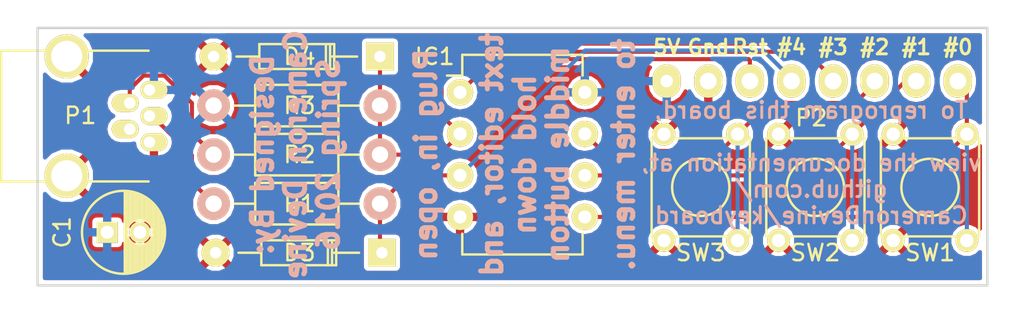
<source format=kicad_pcb>
(kicad_pcb (version 4) (host pcbnew 4.0.0-rc1-stable)

  (general
    (links 36)
    (no_connects 6)
    (area 97.254999 79.641666 160.000001 100.000001)
    (thickness 1.6)
    (drawings 15)
    (tracks 62)
    (zones 0)
    (modules 12)
    (nets 12)
  )

  (page A4)
  (layers
    (0 F.Cu signal)
    (31 B.Cu signal)
    (32 B.Adhes user)
    (33 F.Adhes user)
    (34 B.Paste user)
    (35 F.Paste user)
    (36 B.SilkS user)
    (37 F.SilkS user)
    (38 B.Mask user)
    (39 F.Mask user)
    (40 Dwgs.User user)
    (41 Cmts.User user)
    (42 Eco1.User user)
    (43 Eco2.User user)
    (44 Edge.Cuts user)
    (45 Margin user)
    (46 B.CrtYd user)
    (47 F.CrtYd user)
    (48 B.Fab user)
    (49 F.Fab user)
  )

  (setup
    (last_trace_width 0.25)
    (trace_clearance 0.2)
    (zone_clearance 0.25)
    (zone_45_only no)
    (trace_min 0.2)
    (segment_width 0.2)
    (edge_width 0.15)
    (via_size 0.6)
    (via_drill 0.4)
    (via_min_size 0.4)
    (via_min_drill 0.3)
    (uvia_size 0.3)
    (uvia_drill 0.1)
    (uvias_allowed no)
    (uvia_min_size 0.2)
    (uvia_min_drill 0.1)
    (pcb_text_width 0.3)
    (pcb_text_size 1.5 1.5)
    (mod_edge_width 0.15)
    (mod_text_size 1 1)
    (mod_text_width 0.15)
    (pad_size 1.524 1.524)
    (pad_drill 0.762)
    (pad_to_mask_clearance 0.2)
    (aux_axis_origin 0 0)
    (visible_elements 7FFFFFFF)
    (pcbplotparams
      (layerselection 0x010f0_80000001)
      (usegerberextensions false)
      (excludeedgelayer true)
      (linewidth 0.100000)
      (plotframeref false)
      (viasonmask false)
      (mode 1)
      (useauxorigin false)
      (hpglpennumber 1)
      (hpglpenspeed 20)
      (hpglpendiameter 15)
      (hpglpenoverlay 2)
      (psnegative false)
      (psa4output false)
      (plotreference true)
      (plotvalue true)
      (plotinvisibletext false)
      (padsonsilk false)
      (subtractmaskfromsilk false)
      (outputformat 1)
      (mirror false)
      (drillshape 0)
      (scaleselection 1)
      (outputdirectory Gerber/))
  )

  (net 0 "")
  (net 1 +5V)
  (net 2 GND)
  (net 3 /D+)
  (net 4 /D-)
  (net 5 "Net-(IC1-Pad1)")
  (net 6 /B1)
  (net 7 /B2)
  (net 8 /B3)
  (net 9 "Net-(P1-Pad3)")
  (net 10 "Net-(P1-Pad4)")
  (net 11 "Net-(P1-Pad2)")

  (net_class Default "This is the default net class."
    (clearance 0.2)
    (trace_width 0.25)
    (via_dia 0.6)
    (via_drill 0.4)
    (uvia_dia 0.3)
    (uvia_drill 0.1)
    (add_net +5V)
    (add_net /B1)
    (add_net /B2)
    (add_net /B3)
    (add_net /D+)
    (add_net /D-)
    (add_net GND)
    (add_net "Net-(IC1-Pad1)")
    (add_net "Net-(P1-Pad2)")
    (add_net "Net-(P1-Pad3)")
    (add_net "Net-(P1-Pad4)")
  )

  (module Housings_DIP:DIP-8_W7.62mm (layer F.Cu) (tedit 54130A77) (tstamp 56E8A808)
    (at 125.55 85.44)
    (descr "8-lead dip package, row spacing 7.62 mm (300 mils)")
    (tags "dil dip 2.54 300")
    (path /56696539)
    (fp_text reference IC1 (at -1.55 -2.19) (layer F.SilkS)
      (effects (font (size 1 1) (thickness 0.15)))
    )
    (fp_text value ATTINY85-P (at 0 -3.72) (layer F.Fab)
      (effects (font (size 1 1) (thickness 0.15)))
    )
    (fp_line (start -1.05 -2.45) (end -1.05 10.1) (layer F.CrtYd) (width 0.05))
    (fp_line (start 8.65 -2.45) (end 8.65 10.1) (layer F.CrtYd) (width 0.05))
    (fp_line (start -1.05 -2.45) (end 8.65 -2.45) (layer F.CrtYd) (width 0.05))
    (fp_line (start -1.05 10.1) (end 8.65 10.1) (layer F.CrtYd) (width 0.05))
    (fp_line (start 0.135 -2.295) (end 0.135 -1.025) (layer F.SilkS) (width 0.15))
    (fp_line (start 7.485 -2.295) (end 7.485 -1.025) (layer F.SilkS) (width 0.15))
    (fp_line (start 7.485 9.915) (end 7.485 8.645) (layer F.SilkS) (width 0.15))
    (fp_line (start 0.135 9.915) (end 0.135 8.645) (layer F.SilkS) (width 0.15))
    (fp_line (start 0.135 -2.295) (end 7.485 -2.295) (layer F.SilkS) (width 0.15))
    (fp_line (start 0.135 9.915) (end 7.485 9.915) (layer F.SilkS) (width 0.15))
    (fp_line (start 0.135 -1.025) (end -0.8 -1.025) (layer F.SilkS) (width 0.15))
    (pad 1 thru_hole oval (at 0 0) (size 1.6 1.6) (drill 0.8) (layers *.Cu *.Mask F.SilkS)
      (net 5 "Net-(IC1-Pad1)"))
    (pad 2 thru_hole oval (at 0 2.54) (size 1.6 1.6) (drill 0.8) (layers *.Cu *.Mask F.SilkS)
      (net 4 /D-))
    (pad 3 thru_hole oval (at 0 5.08) (size 1.6 1.6) (drill 0.8) (layers *.Cu *.Mask F.SilkS)
      (net 3 /D+))
    (pad 4 thru_hole oval (at 0 7.62) (size 1.6 1.6) (drill 0.8) (layers *.Cu *.Mask F.SilkS)
      (net 2 GND))
    (pad 5 thru_hole oval (at 7.62 7.62) (size 1.6 1.6) (drill 0.8) (layers *.Cu *.Mask F.SilkS)
      (net 6 /B1))
    (pad 6 thru_hole oval (at 7.62 5.08) (size 1.6 1.6) (drill 0.8) (layers *.Cu *.Mask F.SilkS)
      (net 7 /B2))
    (pad 7 thru_hole oval (at 7.62 2.54) (size 1.6 1.6) (drill 0.8) (layers *.Cu *.Mask F.SilkS)
      (net 8 /B3))
    (pad 8 thru_hole oval (at 7.62 0) (size 1.6 1.6) (drill 0.8) (layers *.Cu *.Mask F.SilkS)
      (net 1 +5V))
    (model Housings_DIP.3dshapes/DIP-8_W7.62mm.wrl
      (at (xyz 0 0 0))
      (scale (xyz 1 1 1))
      (rotate (xyz 0 0 0))
    )
  )

  (module Footprints:Pin_Header_Straight_1x08 (layer F.Cu) (tedit 56E8A8FB) (tstamp 56E8A99D)
    (at 138.17 84.75 90)
    (descr "Through hole pin header")
    (tags "pin header")
    (path /566B5EE5)
    (fp_text reference P2 (at -2.25 8.83 180) (layer F.SilkS)
      (effects (font (size 1 1) (thickness 0.15)))
    )
    (fp_text value CONN_01X08 (at 0 -3.1 90) (layer F.Fab)
      (effects (font (size 1 1) (thickness 0.15)))
    )
    (fp_line (start -1.75 -1.75) (end -1.75 19.55) (layer F.CrtYd) (width 0.05))
    (fp_line (start 1.75 -1.75) (end 1.75 19.55) (layer F.CrtYd) (width 0.05))
    (fp_line (start -1.75 -1.75) (end 1.75 -1.75) (layer F.CrtYd) (width 0.05))
    (fp_line (start -1.75 19.55) (end 1.75 19.55) (layer F.CrtYd) (width 0.05))
    (pad 2 thru_hole oval (at 0 2.54 90) (size 2.032 1.7272) (drill 1.016) (layers *.Cu *.Mask F.SilkS)
      (net 2 GND))
    (pad 3 thru_hole oval (at 0 5.08 90) (size 2.032 1.7272) (drill 1.016) (layers *.Cu *.Mask F.SilkS)
      (net 5 "Net-(IC1-Pad1)"))
    (pad 4 thru_hole oval (at 0 7.62 90) (size 2.032 1.7272) (drill 1.016) (layers *.Cu *.Mask F.SilkS)
      (net 3 /D+))
    (pad 5 thru_hole oval (at 0 10.16 90) (size 2.032 1.7272) (drill 1.016) (layers *.Cu *.Mask F.SilkS)
      (net 4 /D-))
    (pad 6 thru_hole oval (at 0 12.7 90) (size 2.032 1.7272) (drill 1.016) (layers *.Cu *.Mask F.SilkS)
      (net 8 /B3))
    (pad 7 thru_hole oval (at 0 15.24 90) (size 2.032 1.7272) (drill 1.016) (layers *.Cu *.Mask F.SilkS)
      (net 7 /B2))
    (pad 8 thru_hole oval (at 0 17.78 90) (size 2.032 1.7272) (drill 1.016) (layers *.Cu *.Mask F.SilkS)
      (net 6 /B1))
    (pad 1 thru_hole oval (at 0 0 90) (size 2.032 1.7272) (drill 0.762) (layers *.Cu *.Mask F.SilkS)
      (net 1 +5V))
    (model Pin_Headers.3dshapes/Pin_Header_Straight_1x08.wrl
      (at (xyz 0 -0.35 0))
      (scale (xyz 1 1 1))
      (rotate (xyz 0 0 90))
    )
  )

  (module Capacitors_ThroughHole:C_Radial_D5_L11_P2 (layer F.Cu) (tedit 0) (tstamp 56E8A7F0)
    (at 104 94)
    (descr "Radial Electrolytic Capacitor 5mm x Length 11mm, Pitch 2mm")
    (tags "Electrolytic Capacitor")
    (path /566AB106)
    (fp_text reference C1 (at -2.75 0 90) (layer F.SilkS)
      (effects (font (size 1 1) (thickness 0.15)))
    )
    (fp_text value 10u (at 1 3.8) (layer F.Fab)
      (effects (font (size 1 1) (thickness 0.15)))
    )
    (fp_line (start 1.075 -2.499) (end 1.075 2.499) (layer F.SilkS) (width 0.15))
    (fp_line (start 1.215 -2.491) (end 1.215 -0.154) (layer F.SilkS) (width 0.15))
    (fp_line (start 1.215 0.154) (end 1.215 2.491) (layer F.SilkS) (width 0.15))
    (fp_line (start 1.355 -2.475) (end 1.355 -0.473) (layer F.SilkS) (width 0.15))
    (fp_line (start 1.355 0.473) (end 1.355 2.475) (layer F.SilkS) (width 0.15))
    (fp_line (start 1.495 -2.451) (end 1.495 -0.62) (layer F.SilkS) (width 0.15))
    (fp_line (start 1.495 0.62) (end 1.495 2.451) (layer F.SilkS) (width 0.15))
    (fp_line (start 1.635 -2.418) (end 1.635 -0.712) (layer F.SilkS) (width 0.15))
    (fp_line (start 1.635 0.712) (end 1.635 2.418) (layer F.SilkS) (width 0.15))
    (fp_line (start 1.775 -2.377) (end 1.775 -0.768) (layer F.SilkS) (width 0.15))
    (fp_line (start 1.775 0.768) (end 1.775 2.377) (layer F.SilkS) (width 0.15))
    (fp_line (start 1.915 -2.327) (end 1.915 -0.795) (layer F.SilkS) (width 0.15))
    (fp_line (start 1.915 0.795) (end 1.915 2.327) (layer F.SilkS) (width 0.15))
    (fp_line (start 2.055 -2.266) (end 2.055 -0.798) (layer F.SilkS) (width 0.15))
    (fp_line (start 2.055 0.798) (end 2.055 2.266) (layer F.SilkS) (width 0.15))
    (fp_line (start 2.195 -2.196) (end 2.195 -0.776) (layer F.SilkS) (width 0.15))
    (fp_line (start 2.195 0.776) (end 2.195 2.196) (layer F.SilkS) (width 0.15))
    (fp_line (start 2.335 -2.114) (end 2.335 -0.726) (layer F.SilkS) (width 0.15))
    (fp_line (start 2.335 0.726) (end 2.335 2.114) (layer F.SilkS) (width 0.15))
    (fp_line (start 2.475 -2.019) (end 2.475 -0.644) (layer F.SilkS) (width 0.15))
    (fp_line (start 2.475 0.644) (end 2.475 2.019) (layer F.SilkS) (width 0.15))
    (fp_line (start 2.615 -1.908) (end 2.615 -0.512) (layer F.SilkS) (width 0.15))
    (fp_line (start 2.615 0.512) (end 2.615 1.908) (layer F.SilkS) (width 0.15))
    (fp_line (start 2.755 -1.78) (end 2.755 -0.265) (layer F.SilkS) (width 0.15))
    (fp_line (start 2.755 0.265) (end 2.755 1.78) (layer F.SilkS) (width 0.15))
    (fp_line (start 2.895 -1.631) (end 2.895 1.631) (layer F.SilkS) (width 0.15))
    (fp_line (start 3.035 -1.452) (end 3.035 1.452) (layer F.SilkS) (width 0.15))
    (fp_line (start 3.175 -1.233) (end 3.175 1.233) (layer F.SilkS) (width 0.15))
    (fp_line (start 3.315 -0.944) (end 3.315 0.944) (layer F.SilkS) (width 0.15))
    (fp_line (start 3.455 -0.472) (end 3.455 0.472) (layer F.SilkS) (width 0.15))
    (fp_circle (center 2 0) (end 2 -0.8) (layer F.SilkS) (width 0.15))
    (fp_circle (center 1 0) (end 1 -2.5375) (layer F.SilkS) (width 0.15))
    (fp_circle (center 1 0) (end 1 -2.8) (layer F.CrtYd) (width 0.05))
    (pad 1 thru_hole rect (at 0 0) (size 1.3 1.3) (drill 0.8) (layers *.Cu *.Mask F.SilkS)
      (net 1 +5V))
    (pad 2 thru_hole circle (at 2 0) (size 1.3 1.3) (drill 0.8) (layers *.Cu *.Mask F.SilkS)
      (net 2 GND))
    (model Capacitors_ThroughHole.3dshapes/C_Radial_D5_L11_P2.wrl
      (at (xyz 0 0 0))
      (scale (xyz 1 1 1))
      (rotate (xyz 0 0 0))
    )
  )

  (module Diodes_ThroughHole:Diode_DO-35_SOD27_Horizontal_RM10 (layer F.Cu) (tedit 552FFC30) (tstamp 56E8A7F6)
    (at 120.78052 95.24746 180)
    (descr "Diode, DO-35,  SOD27, Horizontal, RM 10mm")
    (tags "Diode, DO-35, SOD27, Horizontal, RM 10mm, 1N4148,")
    (path /566AB027)
    (fp_text reference D3 (at 5.03052 -0.00254 180) (layer F.SilkS)
      (effects (font (size 1 1) (thickness 0.15)))
    )
    (fp_text value D (at 4.41452 -3.55854 180) (layer F.Fab)
      (effects (font (size 1 1) (thickness 0.15)))
    )
    (fp_line (start 7.36652 -0.00254) (end 8.76352 -0.00254) (layer F.SilkS) (width 0.15))
    (fp_line (start 2.92152 -0.00254) (end 1.39752 -0.00254) (layer F.SilkS) (width 0.15))
    (fp_line (start 3.30252 -0.76454) (end 3.30252 0.75946) (layer F.SilkS) (width 0.15))
    (fp_line (start 3.04852 -0.76454) (end 3.04852 0.75946) (layer F.SilkS) (width 0.15))
    (fp_line (start 2.79452 -0.00254) (end 2.79452 0.75946) (layer F.SilkS) (width 0.15))
    (fp_line (start 2.79452 0.75946) (end 7.36652 0.75946) (layer F.SilkS) (width 0.15))
    (fp_line (start 7.36652 0.75946) (end 7.36652 -0.76454) (layer F.SilkS) (width 0.15))
    (fp_line (start 7.36652 -0.76454) (end 2.79452 -0.76454) (layer F.SilkS) (width 0.15))
    (fp_line (start 2.79452 -0.76454) (end 2.79452 -0.00254) (layer F.SilkS) (width 0.15))
    (pad 2 thru_hole circle (at 10.16052 -0.00254) (size 1.69926 1.69926) (drill 0.70104) (layers *.Cu *.Mask F.SilkS)
      (net 2 GND))
    (pad 1 thru_hole rect (at 0.00052 -0.00254) (size 1.69926 1.69926) (drill 0.70104) (layers *.Cu *.Mask F.SilkS)
      (net 3 /D+))
    (model Diodes_ThroughHole.3dshapes/Diode_DO-35_SOD27_Horizontal_RM10.wrl
      (at (xyz 0.2 0 0))
      (scale (xyz 0.4 0.4 0.4))
      (rotate (xyz 0 0 180))
    )
  )

  (module Diodes_ThroughHole:Diode_DO-35_SOD27_Horizontal_RM10 (layer F.Cu) (tedit 552FFC30) (tstamp 56E8A7FC)
    (at 120.66052 83.24746 180)
    (descr "Diode, DO-35,  SOD27, Horizontal, RM 10mm")
    (tags "Diode, DO-35, SOD27, Horizontal, RM 10mm, 1N4148,")
    (path /566AB06D)
    (fp_text reference D4 (at 4.91052 0.00746 180) (layer F.SilkS)
      (effects (font (size 1 1) (thickness 0.15)))
    )
    (fp_text value D (at 4.41452 -3.55854 180) (layer F.Fab)
      (effects (font (size 1 1) (thickness 0.15)))
    )
    (fp_line (start 7.36652 -0.00254) (end 8.76352 -0.00254) (layer F.SilkS) (width 0.15))
    (fp_line (start 2.92152 -0.00254) (end 1.39752 -0.00254) (layer F.SilkS) (width 0.15))
    (fp_line (start 3.30252 -0.76454) (end 3.30252 0.75946) (layer F.SilkS) (width 0.15))
    (fp_line (start 3.04852 -0.76454) (end 3.04852 0.75946) (layer F.SilkS) (width 0.15))
    (fp_line (start 2.79452 -0.00254) (end 2.79452 0.75946) (layer F.SilkS) (width 0.15))
    (fp_line (start 2.79452 0.75946) (end 7.36652 0.75946) (layer F.SilkS) (width 0.15))
    (fp_line (start 7.36652 0.75946) (end 7.36652 -0.76454) (layer F.SilkS) (width 0.15))
    (fp_line (start 7.36652 -0.76454) (end 2.79452 -0.76454) (layer F.SilkS) (width 0.15))
    (fp_line (start 2.79452 -0.76454) (end 2.79452 -0.00254) (layer F.SilkS) (width 0.15))
    (pad 2 thru_hole circle (at 10.16052 -0.00254) (size 1.69926 1.69926) (drill 0.70104) (layers *.Cu *.Mask F.SilkS)
      (net 2 GND))
    (pad 1 thru_hole rect (at 0.00052 -0.00254) (size 1.69926 1.69926) (drill 0.70104) (layers *.Cu *.Mask F.SilkS)
      (net 4 /D-))
    (model Diodes_ThroughHole.3dshapes/Diode_DO-35_SOD27_Horizontal_RM10.wrl
      (at (xyz 0.2 0 0))
      (scale (xyz 0.4 0.4 0.4))
      (rotate (xyz 0 0 180))
    )
  )

  (module Resistors_ThroughHole:Resistor_Horizontal_RM10mm (layer F.Cu) (tedit 56648415) (tstamp 56E8A825)
    (at 120.66 92.25 180)
    (descr "Resistor, Axial,  RM 10mm, 1/3W")
    (tags "Resistor Axial RM 10mm 1/3W")
    (path /566AAED3)
    (fp_text reference R1 (at 4.91 0 180) (layer F.SilkS)
      (effects (font (size 1 1) (thickness 0.15)))
    )
    (fp_text value 68 (at 5.08 3.81 180) (layer F.Fab)
      (effects (font (size 1 1) (thickness 0.15)))
    )
    (fp_line (start -1.25 -1.5) (end 11.4 -1.5) (layer F.CrtYd) (width 0.05))
    (fp_line (start -1.25 1.5) (end -1.25 -1.5) (layer F.CrtYd) (width 0.05))
    (fp_line (start 11.4 -1.5) (end 11.4 1.5) (layer F.CrtYd) (width 0.05))
    (fp_line (start -1.25 1.5) (end 11.4 1.5) (layer F.CrtYd) (width 0.05))
    (fp_line (start 2.54 -1.27) (end 7.62 -1.27) (layer F.SilkS) (width 0.15))
    (fp_line (start 7.62 -1.27) (end 7.62 1.27) (layer F.SilkS) (width 0.15))
    (fp_line (start 7.62 1.27) (end 2.54 1.27) (layer F.SilkS) (width 0.15))
    (fp_line (start 2.54 1.27) (end 2.54 -1.27) (layer F.SilkS) (width 0.15))
    (fp_line (start 2.54 0) (end 1.27 0) (layer F.SilkS) (width 0.15))
    (fp_line (start 7.62 0) (end 8.89 0) (layer F.SilkS) (width 0.15))
    (pad 1 thru_hole circle (at 0 0 180) (size 1.99898 1.99898) (drill 1.00076) (layers *.Cu *.SilkS *.Mask)
      (net 3 /D+))
    (pad 2 thru_hole circle (at 10.16 0 180) (size 1.99898 1.99898) (drill 1.00076) (layers *.Cu *.SilkS *.Mask)
      (net 9 "Net-(P1-Pad3)"))
    (model Resistors_ThroughHole.3dshapes/Resistor_Horizontal_RM10mm.wrl
      (at (xyz 0.2 0 0))
      (scale (xyz 0.4 0.4 0.4))
      (rotate (xyz 0 0 0))
    )
  )

  (module Resistors_ThroughHole:Resistor_Horizontal_RM10mm (layer F.Cu) (tedit 56648415) (tstamp 56E8A82B)
    (at 120.66 89.25 180)
    (descr "Resistor, Axial,  RM 10mm, 1/3W")
    (tags "Resistor Axial RM 10mm 1/3W")
    (path /566AAF94)
    (fp_text reference R2 (at 4.91 0 180) (layer F.SilkS)
      (effects (font (size 1 1) (thickness 0.15)))
    )
    (fp_text value 68 (at 5.08 3.81 180) (layer F.Fab)
      (effects (font (size 1 1) (thickness 0.15)))
    )
    (fp_line (start -1.25 -1.5) (end 11.4 -1.5) (layer F.CrtYd) (width 0.05))
    (fp_line (start -1.25 1.5) (end -1.25 -1.5) (layer F.CrtYd) (width 0.05))
    (fp_line (start 11.4 -1.5) (end 11.4 1.5) (layer F.CrtYd) (width 0.05))
    (fp_line (start -1.25 1.5) (end 11.4 1.5) (layer F.CrtYd) (width 0.05))
    (fp_line (start 2.54 -1.27) (end 7.62 -1.27) (layer F.SilkS) (width 0.15))
    (fp_line (start 7.62 -1.27) (end 7.62 1.27) (layer F.SilkS) (width 0.15))
    (fp_line (start 7.62 1.27) (end 2.54 1.27) (layer F.SilkS) (width 0.15))
    (fp_line (start 2.54 1.27) (end 2.54 -1.27) (layer F.SilkS) (width 0.15))
    (fp_line (start 2.54 0) (end 1.27 0) (layer F.SilkS) (width 0.15))
    (fp_line (start 7.62 0) (end 8.89 0) (layer F.SilkS) (width 0.15))
    (pad 1 thru_hole circle (at 0 0 180) (size 1.99898 1.99898) (drill 1.00076) (layers *.Cu *.SilkS *.Mask)
      (net 4 /D-))
    (pad 2 thru_hole circle (at 10.16 0 180) (size 1.99898 1.99898) (drill 1.00076) (layers *.Cu *.SilkS *.Mask)
      (net 11 "Net-(P1-Pad2)"))
    (model Resistors_ThroughHole.3dshapes/Resistor_Horizontal_RM10mm.wrl
      (at (xyz 0.2 0 0))
      (scale (xyz 0.4 0.4 0.4))
      (rotate (xyz 0 0 0))
    )
  )

  (module Resistors_ThroughHole:Resistor_Horizontal_RM10mm (layer F.Cu) (tedit 56648415) (tstamp 56E8A831)
    (at 120.66 86.25 180)
    (descr "Resistor, Axial,  RM 10mm, 1/3W")
    (tags "Resistor Axial RM 10mm 1/3W")
    (path /566AAFCB)
    (fp_text reference R3 (at 4.91 0 180) (layer F.SilkS)
      (effects (font (size 1 1) (thickness 0.15)))
    )
    (fp_text value 1.5k (at 5.08 3.81 180) (layer F.Fab)
      (effects (font (size 1 1) (thickness 0.15)))
    )
    (fp_line (start -1.25 -1.5) (end 11.4 -1.5) (layer F.CrtYd) (width 0.05))
    (fp_line (start -1.25 1.5) (end -1.25 -1.5) (layer F.CrtYd) (width 0.05))
    (fp_line (start 11.4 -1.5) (end 11.4 1.5) (layer F.CrtYd) (width 0.05))
    (fp_line (start -1.25 1.5) (end 11.4 1.5) (layer F.CrtYd) (width 0.05))
    (fp_line (start 2.54 -1.27) (end 7.62 -1.27) (layer F.SilkS) (width 0.15))
    (fp_line (start 7.62 -1.27) (end 7.62 1.27) (layer F.SilkS) (width 0.15))
    (fp_line (start 7.62 1.27) (end 2.54 1.27) (layer F.SilkS) (width 0.15))
    (fp_line (start 2.54 1.27) (end 2.54 -1.27) (layer F.SilkS) (width 0.15))
    (fp_line (start 2.54 0) (end 1.27 0) (layer F.SilkS) (width 0.15))
    (fp_line (start 7.62 0) (end 8.89 0) (layer F.SilkS) (width 0.15))
    (pad 1 thru_hole circle (at 0 0 180) (size 1.99898 1.99898) (drill 1.00076) (layers *.Cu *.SilkS *.Mask)
      (net 4 /D-))
    (pad 2 thru_hole circle (at 10.16 0 180) (size 1.99898 1.99898) (drill 1.00076) (layers *.Cu *.SilkS *.Mask)
      (net 1 +5V))
    (model Resistors_ThroughHole.3dshapes/Resistor_Horizontal_RM10mm.wrl
      (at (xyz 0.2 0 0))
      (scale (xyz 0.4 0.4 0.4))
      (rotate (xyz 0 0 0))
    )
  )

  (module Footprints:SW_PUSH_SMALL (layer F.Cu) (tedit 56E8A275) (tstamp 56E8A839)
    (at 154.25 91.25 90)
    (path /566A1682)
    (fp_text reference SW1 (at -4 0 180) (layer F.SilkS)
      (effects (font (size 1 1) (thickness 0.15)))
    )
    (fp_text value SW_PUSH (at 0 1.016 90) (layer F.Fab)
      (effects (font (size 1 1) (thickness 0.15)))
    )
    (fp_circle (center 0 0) (end 0 -1.75) (layer F.SilkS) (width 0.15))
    (fp_line (start -3 -3) (end -3 3) (layer F.SilkS) (width 0.15))
    (fp_line (start 3 3) (end -3 3) (layer F.SilkS) (width 0.15))
    (fp_line (start 3 -3) (end 3 3) (layer F.SilkS) (width 0.15))
    (fp_line (start -3 -3) (end 3 -3) (layer F.SilkS) (width 0.15))
    (pad 1 thru_hole circle (at 3.25 -2.25 90) (size 1.397 1.397) (drill 0.8128) (layers *.Cu *.Mask F.SilkS)
      (net 2 GND))
    (pad 2 thru_hole circle (at 3.25 2.25 90) (size 1.397 1.397) (drill 0.8128) (layers *.Cu *.Mask F.SilkS)
      (net 6 /B1))
    (pad 1 thru_hole circle (at -3.25 -2.25 90) (size 1.397 1.397) (drill 0.8128) (layers *.Cu *.Mask F.SilkS)
      (net 2 GND))
    (pad 2 thru_hole circle (at -3.25 2.25 90) (size 1.397 1.397) (drill 0.8128) (layers *.Cu *.Mask F.SilkS)
      (net 6 /B1))
  )

  (module Footprints:SW_PUSH_SMALL (layer F.Cu) (tedit 56E8A275) (tstamp 56E8A841)
    (at 147.25 91.25 90)
    (path /566A16CE)
    (fp_text reference SW2 (at -4 0 180) (layer F.SilkS)
      (effects (font (size 1 1) (thickness 0.15)))
    )
    (fp_text value SW_PUSH (at 0 1.016 90) (layer F.Fab)
      (effects (font (size 1 1) (thickness 0.15)))
    )
    (fp_circle (center 0 0) (end 0 -1.75) (layer F.SilkS) (width 0.15))
    (fp_line (start -3 -3) (end -3 3) (layer F.SilkS) (width 0.15))
    (fp_line (start 3 3) (end -3 3) (layer F.SilkS) (width 0.15))
    (fp_line (start 3 -3) (end 3 3) (layer F.SilkS) (width 0.15))
    (fp_line (start -3 -3) (end 3 -3) (layer F.SilkS) (width 0.15))
    (pad 1 thru_hole circle (at 3.25 -2.25 90) (size 1.397 1.397) (drill 0.8128) (layers *.Cu *.Mask F.SilkS)
      (net 2 GND))
    (pad 2 thru_hole circle (at 3.25 2.25 90) (size 1.397 1.397) (drill 0.8128) (layers *.Cu *.Mask F.SilkS)
      (net 7 /B2))
    (pad 1 thru_hole circle (at -3.25 -2.25 90) (size 1.397 1.397) (drill 0.8128) (layers *.Cu *.Mask F.SilkS)
      (net 2 GND))
    (pad 2 thru_hole circle (at -3.25 2.25 90) (size 1.397 1.397) (drill 0.8128) (layers *.Cu *.Mask F.SilkS)
      (net 7 /B2))
  )

  (module Footprints:SW_PUSH_SMALL (layer F.Cu) (tedit 56E8A275) (tstamp 56E8A849)
    (at 140.25 91.25 90)
    (path /566966BD)
    (fp_text reference SW3 (at -4 0 180) (layer F.SilkS)
      (effects (font (size 1 1) (thickness 0.15)))
    )
    (fp_text value SW_PUSH (at 0 1.016 90) (layer F.Fab)
      (effects (font (size 1 1) (thickness 0.15)))
    )
    (fp_circle (center 0 0) (end 0 -1.75) (layer F.SilkS) (width 0.15))
    (fp_line (start -3 -3) (end -3 3) (layer F.SilkS) (width 0.15))
    (fp_line (start 3 3) (end -3 3) (layer F.SilkS) (width 0.15))
    (fp_line (start 3 -3) (end 3 3) (layer F.SilkS) (width 0.15))
    (fp_line (start -3 -3) (end 3 -3) (layer F.SilkS) (width 0.15))
    (pad 1 thru_hole circle (at 3.25 -2.25 90) (size 1.397 1.397) (drill 0.8128) (layers *.Cu *.Mask F.SilkS)
      (net 2 GND))
    (pad 2 thru_hole circle (at 3.25 2.25 90) (size 1.397 1.397) (drill 0.8128) (layers *.Cu *.Mask F.SilkS)
      (net 8 /B3))
    (pad 1 thru_hole circle (at -3.25 -2.25 90) (size 1.397 1.397) (drill 0.8128) (layers *.Cu *.Mask F.SilkS)
      (net 2 GND))
    (pad 2 thru_hole circle (at -3.25 2.25 90) (size 1.397 1.397) (drill 0.8128) (layers *.Cu *.Mask F.SilkS)
      (net 8 /B3))
  )

  (module Footprints:USB (layer F.Cu) (tedit 56E9DD25) (tstamp 56E9DE5F)
    (at 101.53 86.89)
    (path /5669659E)
    (fp_text reference P1 (at 0.83 -0.03) (layer F.SilkS)
      (effects (font (size 1 1) (thickness 0.15)))
    )
    (fp_text value USB_OTG (at 0 -0.5) (layer F.Fab)
      (effects (font (size 1 1) (thickness 0.15)))
    )
    (fp_line (start -1.75 4) (end -1.75 -4) (layer F.Fab) (width 0.15))
    (fp_line (start -4 4) (end 5 4) (layer F.SilkS) (width 0.15))
    (fp_line (start -4 -4) (end -4 4) (layer F.SilkS) (width 0.15))
    (fp_line (start 5 -4) (end -4 -4) (layer F.SilkS) (width 0.15))
    (pad 6 thru_hole circle (at 0 3.65) (size 2.7 2.7) (drill 1.9) (layers *.Cu *.Mask F.SilkS)
      (net 2 GND))
    (pad 6 thru_hole circle (at 0 -3.65) (size 2.7 2.7) (drill 1.9) (layers *.Cu *.Mask F.SilkS)
      (net 2 GND))
    (pad 3 thru_hole oval (at 5.05 0) (size 1.65 1.1) (drill 0.7 (offset 0.275 0)) (layers *.Cu *.Mask F.SilkS)
      (net 9 "Net-(P1-Pad3)"))
    (pad 1 thru_hole oval (at 5.05 -1.6) (size 1.65 1.1) (drill 0.7 (offset 0.275 0)) (layers *.Cu *.Mask F.SilkS)
      (net 1 +5V))
    (pad 5 thru_hole oval (at 5.05 1.6) (size 1.65 1.1) (drill 0.7 (offset 0.275 0)) (layers *.Cu *.Mask F.SilkS)
      (net 2 GND))
    (pad 4 thru_hole oval (at 3.85 0.8) (size 1.65 1.1) (drill 0.7 (offset -0.275 0)) (layers *.Cu *.Mask F.SilkS)
      (net 10 "Net-(P1-Pad4)"))
    (pad 2 thru_hole oval (at 3.85 -0.8) (size 1.65 1.1) (drill 0.7 (offset -0.275 0)) (layers *.Cu *.Mask F.SilkS)
      (net 11 "Net-(P1-Pad2)"))
  )

  (gr_text "#0" (at 155.956 82.677) (layer F.SilkS)
    (effects (font (size 0.9 0.9) (thickness 0.18)))
  )
  (gr_text "#1" (at 153.416 82.677) (layer F.SilkS)
    (effects (font (size 0.9 0.9) (thickness 0.18)))
  )
  (gr_text "#2" (at 150.876 82.677) (layer F.SilkS)
    (effects (font (size 0.9 0.9) (thickness 0.18)))
  )
  (gr_text "#3" (at 148.336 82.677) (layer F.SilkS)
    (effects (font (size 0.9 0.9) (thickness 0.18)))
  )
  (gr_text "#4" (at 145.796 82.677) (layer F.SilkS)
    (effects (font (size 0.9 0.9) (thickness 0.18)))
  )
  (gr_text Rst (at 143.256 82.677) (layer F.SilkS)
    (effects (font (size 0.9 0.9) (thickness 0.18)))
  )
  (gr_text Gnd (at 140.716 82.677) (layer F.SilkS)
    (effects (font (size 0.9 0.9) (thickness 0.18)))
  )
  (gr_text 5V (at 138.176 82.677) (layer F.SilkS)
    (effects (font (size 0.9 0.9) (thickness 0.18)))
  )
  (gr_text "To reprogram this board,\n\nview the documentation at,\ngithub.com/\nCameronDevine/keyboard" (at 147 89.75) (layer B.SilkS)
    (effects (font (size 1 1) (thickness 0.18)) (justify mirror))
  )
  (gr_text "Plug in, open\n\ntext editor, and\nhold down\nmiddle button\n\nto enter menu." (at 129.5 89.25 90) (layer B.SilkS)
    (effects (font (size 1.25 1.25) (thickness 0.3)) (justify mirror))
  )
  (gr_text "Designed By:\nCameron Devine\nSpring 2016" (at 115.5 89.25 90) (layer B.SilkS)
    (effects (font (size 1.25 1.25) (thickness 0.3)) (justify mirror))
  )
  (gr_line (start 99.75 97.25) (end 99.75 81.5) (layer Edge.Cuts) (width 0.15))
  (gr_line (start 157.75 97.25) (end 99.75 97.25) (layer Edge.Cuts) (width 0.15))
  (gr_line (start 157.75 81.5) (end 157.75 97.25) (layer Edge.Cuts) (width 0.15))
  (gr_line (start 99.75 81.5) (end 157.75 81.5) (layer Edge.Cuts) (width 0.15))

  (segment (start 133.19 82.88) (end 144.0724 82.88) (width 0.25) (layer B.Cu) (net 3))
  (segment (start 144.0724 82.88) (end 145.79 84.5976) (width 0.25) (layer B.Cu) (net 3))
  (segment (start 145.79 84.5976) (end 145.79 84.75) (width 0.25) (layer B.Cu) (net 3))
  (segment (start 125.55 90.52) (end 133.19 82.88) (width 0.25) (layer B.Cu) (net 3))
  (segment (start 145.11359 84.75) (end 145.79 84.75) (width 0.25) (layer F.Cu) (net 3))
  (segment (start 145.79 84.75) (end 145.79 84.9024) (width 0.25) (layer F.Cu) (net 3))
  (segment (start 145.79 84.75) (end 145.79 84.9024) (width 0.25) (layer B.Cu) (net 3))
  (segment (start 120.66 92.25) (end 122.39 90.52) (width 0.25) (layer F.Cu) (net 3))
  (segment (start 122.39 90.52) (end 125.55 90.52) (width 0.25) (layer F.Cu) (net 3))
  (segment (start 120.66 92.25) (end 120.66 95.13) (width 0.25) (layer F.Cu) (net 3))
  (segment (start 120.66 95.13) (end 120.78 95.25) (width 0.25) (layer F.Cu) (net 3))
  (segment (start 148.33 84.75) (end 148.33 84.5976) (width 0.25) (layer F.Cu) (net 4))
  (segment (start 146.69138 82.95898) (end 126.366018 82.95898) (width 0.25) (layer F.Cu) (net 4))
  (segment (start 148.33 84.5976) (end 146.69138 82.95898) (width 0.25) (layer F.Cu) (net 4))
  (segment (start 126.366018 82.95898) (end 124.424999 84.899999) (width 0.25) (layer F.Cu) (net 4))
  (segment (start 124.750001 87.180001) (end 125.55 87.98) (width 0.25) (layer F.Cu) (net 4))
  (segment (start 124.424999 84.899999) (end 124.424999 86.854999) (width 0.25) (layer F.Cu) (net 4))
  (segment (start 124.424999 86.854999) (end 124.750001 87.180001) (width 0.25) (layer F.Cu) (net 4))
  (segment (start 148.33 84.5976) (end 148.33 84.75) (width 0.25) (layer B.Cu) (net 4))
  (segment (start 120.66 89.25) (end 124.28 89.25) (width 0.25) (layer F.Cu) (net 4))
  (segment (start 124.28 89.25) (end 125.55 87.98) (width 0.25) (layer F.Cu) (net 4))
  (segment (start 120.66 86.25) (end 120.66 84.836508) (width 0.25) (layer F.Cu) (net 4))
  (segment (start 120.66 84.836508) (end 120.66 83.25) (width 0.25) (layer F.Cu) (net 4))
  (segment (start 120.66 89.25) (end 120.66 87.836508) (width 0.25) (layer F.Cu) (net 4))
  (segment (start 120.66 87.836508) (end 120.66 86.25) (width 0.25) (layer F.Cu) (net 4))
  (segment (start 143.25 84.75) (end 143.25 83.484) (width 0.25) (layer F.Cu) (net 5))
  (segment (start 143.25 83.484) (end 143.17499 83.40899) (width 0.25) (layer F.Cu) (net 5))
  (segment (start 143.17499 83.40899) (end 127.58101 83.40899) (width 0.25) (layer F.Cu) (net 5))
  (segment (start 127.58101 83.40899) (end 126.349999 84.640001) (width 0.25) (layer F.Cu) (net 5))
  (segment (start 126.349999 84.640001) (end 125.55 85.44) (width 0.25) (layer F.Cu) (net 5))
  (segment (start 156.5 88) (end 156.5 94.5) (width 0.25) (layer B.Cu) (net 6))
  (segment (start 156.5 88) (end 156.5 85.3) (width 0.25) (layer F.Cu) (net 6))
  (segment (start 156.5 85.3) (end 155.95 84.75) (width 0.25) (layer F.Cu) (net 6))
  (segment (start 133.17 93.06) (end 151.44 93.06) (width 0.25) (layer F.Cu) (net 6))
  (segment (start 151.44 93.06) (end 156.5 88) (width 0.25) (layer F.Cu) (net 6))
  (segment (start 149.5 88) (end 149.5 94.5) (width 0.25) (layer B.Cu) (net 7))
  (segment (start 149.5 88) (end 152.75 84.75) (width 0.25) (layer F.Cu) (net 7))
  (segment (start 152.75 84.75) (end 153.41 84.75) (width 0.25) (layer F.Cu) (net 7))
  (segment (start 133.17 90.52) (end 146.98 90.52) (width 0.25) (layer F.Cu) (net 7))
  (segment (start 146.98 90.52) (end 149.5 88) (width 0.25) (layer F.Cu) (net 7))
  (segment (start 142.5 88) (end 144.40899 86.09101) (width 0.25) (layer F.Cu) (net 8))
  (segment (start 144.40899 86.09101) (end 149.68139 86.09101) (width 0.25) (layer F.Cu) (net 8))
  (segment (start 149.68139 86.09101) (end 150.87 84.9024) (width 0.25) (layer F.Cu) (net 8))
  (segment (start 150.87 84.9024) (end 150.87 84.75) (width 0.25) (layer F.Cu) (net 8))
  (segment (start 142.5 88) (end 142.5 94.5) (width 0.25) (layer B.Cu) (net 8))
  (segment (start 133.17 87.98) (end 134.213501 89.023501) (width 0.25) (layer F.Cu) (net 8))
  (segment (start 134.213501 89.023501) (end 141.476499 89.023501) (width 0.25) (layer F.Cu) (net 8))
  (segment (start 141.476499 89.023501) (end 141.801501 88.698499) (width 0.25) (layer F.Cu) (net 8))
  (segment (start 141.801501 88.698499) (end 142.5 88) (width 0.25) (layer F.Cu) (net 8))
  (segment (start 150.87 84.75) (end 150.163348 84.75) (width 0.25) (layer F.Cu) (net 8))
  (segment (start 110.5 92.25) (end 109.175509 90.925509) (width 0.25) (layer F.Cu) (net 9))
  (segment (start 109.175509 90.925509) (end 109.175509 89.298058) (width 0.25) (layer F.Cu) (net 9))
  (segment (start 109.175509 89.298058) (end 106.767451 86.89) (width 0.25) (layer F.Cu) (net 9))
  (segment (start 106.767451 86.89) (end 106.58 86.89) (width 0.25) (layer F.Cu) (net 9))
  (segment (start 106.55 86.6) (end 106.737451 86.6) (width 0.25) (layer F.Cu) (net 9))
  (segment (start 105.38 86.09) (end 105.38 85.252549) (width 0.25) (layer F.Cu) (net 11))
  (segment (start 105.38 85.252549) (end 106.217559 84.41499) (width 0.25) (layer F.Cu) (net 11))
  (segment (start 109.175509 86.098058) (end 109.175509 87.925509) (width 0.25) (layer F.Cu) (net 11))
  (segment (start 106.217559 84.41499) (end 107.492441 84.41499) (width 0.25) (layer F.Cu) (net 11))
  (segment (start 107.492441 84.41499) (end 109.175509 86.098058) (width 0.25) (layer F.Cu) (net 11))
  (segment (start 109.175509 87.925509) (end 109.500511 88.250511) (width 0.25) (layer F.Cu) (net 11))
  (segment (start 109.500511 88.250511) (end 110.5 89.25) (width 0.25) (layer F.Cu) (net 11))

  (zone (net 2) (net_name GND) (layer F.Cu) (tstamp 0) (hatch edge 0.508)
    (connect_pads (clearance 0.25))
    (min_thickness 0.25)
    (fill yes (arc_segments 16) (thermal_gap 0.508) (thermal_bridge_width 0.508))
    (polygon
      (pts
        (xy 97.5 100) (xy 97.5 80) (xy 160 80) (xy 160 100)
      )
    )
    (filled_polygon
      (pts
        (xy 109.719063 81.955665) (xy 109.638557 82.206124) (xy 110.5 83.067566) (xy 111.361443 82.206124) (xy 111.280937 81.955665)
        (xy 111.265249 81.95) (xy 157.3 81.95) (xy 157.3 87.281913) (xy 157.108883 87.090462) (xy 157 87.04525)
        (xy 157 85.544798) (xy 157.094317 85.403643) (xy 157.1886 84.929651) (xy 157.1886 84.570349) (xy 157.094317 84.096357)
        (xy 156.825822 83.694527) (xy 156.423992 83.426032) (xy 155.95 83.331749) (xy 155.476008 83.426032) (xy 155.074178 83.694527)
        (xy 154.805683 84.096357) (xy 154.7114 84.570349) (xy 154.7114 84.929651) (xy 154.805683 85.403643) (xy 155.074178 85.805473)
        (xy 155.476008 86.073968) (xy 155.95 86.168251) (xy 156 86.158305) (xy 156 87.045067) (xy 155.892706 87.0894)
        (xy 155.590462 87.391117) (xy 155.426687 87.785531) (xy 155.426314 88.212596) (xy 155.471336 88.321557) (xy 151.232894 92.56)
        (xy 134.244937 92.56) (xy 134.02387 92.22915) (xy 133.642673 91.974442) (xy 133.19302 91.885) (xy 133.14698 91.885)
        (xy 132.697327 91.974442) (xy 132.31613 92.22915) (xy 132.061422 92.610347) (xy 131.97198 93.06) (xy 132.061422 93.509653)
        (xy 132.31613 93.89085) (xy 132.697327 94.145558) (xy 133.14698 94.235) (xy 133.19302 94.235) (xy 133.642673 94.145558)
        (xy 134.02387 93.89085) (xy 134.244937 93.56) (xy 137.023547 93.56) (xy 136.950555 93.632992) (xy 137.065642 93.748079)
        (xy 136.830836 93.810005) (xy 136.655784 94.309947) (xy 136.685376 94.838824) (xy 136.830836 95.189995) (xy 137.065645 95.251922)
        (xy 137.817566 94.5) (xy 137.803424 94.485858) (xy 137.985858 94.303424) (xy 138 94.317566) (xy 138.014142 94.303424)
        (xy 138.196576 94.485858) (xy 138.182434 94.5) (xy 138.934355 95.251922) (xy 139.169164 95.189995) (xy 139.344216 94.690053)
        (xy 139.314624 94.161176) (xy 139.169164 93.810005) (xy 138.934358 93.748079) (xy 139.049445 93.632992) (xy 138.976453 93.56)
        (xy 141.963859 93.56) (xy 141.892706 93.5894) (xy 141.590462 93.891117) (xy 141.426687 94.285531) (xy 141.426314 94.712596)
        (xy 141.5894 95.107294) (xy 141.891117 95.409538) (xy 142.285531 95.573313) (xy 142.712596 95.573686) (xy 143.049802 95.434355)
        (xy 144.248078 95.434355) (xy 144.310005 95.669164) (xy 144.809947 95.844216) (xy 145.338824 95.814624) (xy 145.689995 95.669164)
        (xy 145.751922 95.434355) (xy 145 94.682434) (xy 144.248078 95.434355) (xy 143.049802 95.434355) (xy 143.107294 95.4106)
        (xy 143.409538 95.108883) (xy 143.573313 94.714469) (xy 143.573686 94.287404) (xy 143.4106 93.892706) (xy 143.108883 93.590462)
        (xy 143.035522 93.56) (xy 144.023547 93.56) (xy 143.950555 93.632992) (xy 144.065642 93.748079) (xy 143.830836 93.810005)
        (xy 143.655784 94.309947) (xy 143.685376 94.838824) (xy 143.830836 95.189995) (xy 144.065645 95.251922) (xy 144.817566 94.5)
        (xy 144.803424 94.485858) (xy 144.985858 94.303424) (xy 145 94.317566) (xy 145.014142 94.303424) (xy 145.196576 94.485858)
        (xy 145.182434 94.5) (xy 145.934355 95.251922) (xy 146.169164 95.189995) (xy 146.344216 94.690053) (xy 146.314624 94.161176)
        (xy 146.169164 93.810005) (xy 145.934358 93.748079) (xy 146.049445 93.632992) (xy 145.976453 93.56) (xy 148.963859 93.56)
        (xy 148.892706 93.5894) (xy 148.590462 93.891117) (xy 148.426687 94.285531) (xy 148.426314 94.712596) (xy 148.5894 95.107294)
        (xy 148.891117 95.409538) (xy 149.285531 95.573313) (xy 149.712596 95.573686) (xy 150.049802 95.434355) (xy 151.248078 95.434355)
        (xy 151.310005 95.669164) (xy 151.809947 95.844216) (xy 152.338824 95.814624) (xy 152.689995 95.669164) (xy 152.751922 95.434355)
        (xy 152 94.682434) (xy 151.248078 95.434355) (xy 150.049802 95.434355) (xy 150.107294 95.4106) (xy 150.409538 95.108883)
        (xy 150.573313 94.714469) (xy 150.573686 94.287404) (xy 150.4106 93.892706) (xy 150.108883 93.590462) (xy 150.035522 93.56)
        (xy 151.023547 93.56) (xy 150.950555 93.632992) (xy 151.065642 93.748079) (xy 150.830836 93.810005) (xy 150.655784 94.309947)
        (xy 150.685376 94.838824) (xy 150.830836 95.189995) (xy 151.065645 95.251922) (xy 151.817566 94.5) (xy 152.182434 94.5)
        (xy 152.934355 95.251922) (xy 153.169164 95.189995) (xy 153.344216 94.690053) (xy 153.314624 94.161176) (xy 153.169164 93.810005)
        (xy 152.934355 93.748078) (xy 152.182434 94.5) (xy 151.817566 94.5) (xy 151.803424 94.485858) (xy 151.985858 94.303424)
        (xy 152 94.317566) (xy 152.751922 93.565645) (xy 152.689995 93.330836) (xy 152.190053 93.155784) (xy 152.0431 93.164006)
        (xy 156.178314 89.028793) (xy 156.285531 89.073313) (xy 156.712596 89.073686) (xy 157.107294 88.9106) (xy 157.3 88.71823)
        (xy 157.3 93.781913) (xy 157.108883 93.590462) (xy 156.714469 93.426687) (xy 156.287404 93.426314) (xy 155.892706 93.5894)
        (xy 155.590462 93.891117) (xy 155.426687 94.285531) (xy 155.426314 94.712596) (xy 155.5894 95.107294) (xy 155.891117 95.409538)
        (xy 156.285531 95.573313) (xy 156.712596 95.573686) (xy 157.107294 95.4106) (xy 157.3 95.21823) (xy 157.3 96.8)
        (xy 100.2 96.8) (xy 100.2 96.293876) (xy 109.758557 96.293876) (xy 109.839063 96.544335) (xy 110.393829 96.744661)
        (xy 110.983027 96.717439) (xy 111.400937 96.544335) (xy 111.481443 96.293876) (xy 110.62 95.432434) (xy 109.758557 96.293876)
        (xy 100.2 96.293876) (xy 100.2 93.35) (xy 102.967654 93.35) (xy 102.967654 94.65) (xy 102.993802 94.788966)
        (xy 103.075931 94.916599) (xy 103.201246 95.002223) (xy 103.35 95.032346) (xy 104.65 95.032346) (xy 104.788966 95.006198)
        (xy 104.916599 94.924069) (xy 104.933608 94.899175) (xy 105.283258 94.899175) (xy 105.339209 95.12897) (xy 105.821547 95.295905)
        (xy 106.331052 95.265551) (xy 106.660791 95.12897) (xy 106.68639 95.023829) (xy 109.125339 95.023829) (xy 109.152561 95.613027)
        (xy 109.325665 96.030937) (xy 109.576124 96.111443) (xy 110.437566 95.25) (xy 110.802434 95.25) (xy 111.663876 96.111443)
        (xy 111.914335 96.030937) (xy 112.114661 95.476171) (xy 112.087439 94.886973) (xy 111.914335 94.469063) (xy 111.663876 94.388557)
        (xy 110.802434 95.25) (xy 110.437566 95.25) (xy 109.576124 94.388557) (xy 109.325665 94.469063) (xy 109.125339 95.023829)
        (xy 106.68639 95.023829) (xy 106.716742 94.899175) (xy 106 94.182434) (xy 105.283258 94.899175) (xy 104.933608 94.899175)
        (xy 105.002223 94.798754) (xy 105.022683 94.697716) (xy 105.100825 94.716742) (xy 105.817566 94) (xy 106.182434 94)
        (xy 106.899175 94.716742) (xy 107.12897 94.660791) (xy 107.286328 94.206124) (xy 109.758557 94.206124) (xy 110.62 95.067566)
        (xy 111.481443 94.206124) (xy 111.400937 93.955665) (xy 110.846171 93.755339) (xy 110.256973 93.782561) (xy 109.839063 93.955665)
        (xy 109.758557 94.206124) (xy 107.286328 94.206124) (xy 107.295905 94.178453) (xy 107.265551 93.668948) (xy 107.12897 93.339209)
        (xy 106.899175 93.283258) (xy 106.182434 94) (xy 105.817566 94) (xy 105.100825 93.283258) (xy 105.023338 93.302125)
        (xy 105.006198 93.211034) (xy 104.935281 93.100825) (xy 105.283258 93.100825) (xy 106 93.817566) (xy 106.716742 93.100825)
        (xy 106.660791 92.87103) (xy 106.178453 92.704095) (xy 105.668948 92.734449) (xy 105.339209 92.87103) (xy 105.283258 93.100825)
        (xy 104.935281 93.100825) (xy 104.924069 93.083401) (xy 104.798754 92.997777) (xy 104.65 92.967654) (xy 103.35 92.967654)
        (xy 103.211034 92.993802) (xy 103.083401 93.075931) (xy 102.997777 93.201246) (xy 102.967654 93.35) (xy 100.2 93.35)
        (xy 100.2 92.052437) (xy 100.306615 91.945822) (xy 100.448371 92.248202) (xy 101.184406 92.532094) (xy 101.973053 92.512708)
        (xy 102.611629 92.248202) (xy 102.753386 91.945819) (xy 101.53 90.722434) (xy 101.515858 90.736576) (xy 101.333424 90.554142)
        (xy 101.347566 90.54) (xy 101.712434 90.54) (xy 102.935819 91.763386) (xy 103.238202 91.621629) (xy 103.522094 90.885594)
        (xy 103.502708 90.096947) (xy 103.238202 89.458371) (xy 102.935819 89.316614) (xy 101.712434 90.54) (xy 101.347566 90.54)
        (xy 101.333424 90.525858) (xy 101.515858 90.343424) (xy 101.53 90.357566) (xy 102.753386 89.134181) (xy 102.611629 88.831798)
        (xy 101.875594 88.547906) (xy 101.086947 88.567292) (xy 100.448371 88.831798) (xy 100.306615 89.134178) (xy 100.2 89.027563)
        (xy 100.2 86.09) (xy 103.881491 86.09) (xy 103.951902 86.443982) (xy 104.152417 86.744074) (xy 104.370811 86.89)
        (xy 104.152417 87.035926) (xy 103.951902 87.336018) (xy 103.881491 87.69) (xy 103.951902 88.043982) (xy 104.152417 88.344074)
        (xy 104.452509 88.544589) (xy 104.806491 88.615) (xy 105.397 88.615) (xy 105.397 88.619002) (xy 105.563401 88.619002)
        (xy 105.438712 88.80137) (xy 105.652276 89.23529) (xy 106.008105 89.533583) (xy 106.451 89.673) (xy 106.726 89.673)
        (xy 106.726 88.619) (xy 106.706 88.619) (xy 106.706 88.361) (xy 106.726 88.361) (xy 106.726 88.341)
        (xy 106.984 88.341) (xy 106.984 88.361) (xy 107.004 88.361) (xy 107.004 88.619) (xy 106.984 88.619)
        (xy 106.984 89.673) (xy 107.259 89.673) (xy 107.701895 89.533583) (xy 108.057724 89.23529) (xy 108.172478 89.002133)
        (xy 108.675509 89.505165) (xy 108.675509 90.925509) (xy 108.707322 91.085443) (xy 108.713569 91.116851) (xy 108.821956 91.279062)
        (xy 109.240922 91.698028) (xy 109.125749 91.975398) (xy 109.125272 92.522204) (xy 109.334085 93.027569) (xy 109.720397 93.414557)
        (xy 110.225398 93.624251) (xy 110.772204 93.624728) (xy 111.277569 93.415915) (xy 111.664557 93.029603) (xy 111.874251 92.524602)
        (xy 111.874253 92.522204) (xy 119.285272 92.522204) (xy 119.494085 93.027569) (xy 119.880397 93.414557) (xy 120.16 93.530658)
        (xy 120.16 94.018024) (xy 119.93037 94.018024) (xy 119.791404 94.044172) (xy 119.663771 94.126301) (xy 119.578147 94.251616)
        (xy 119.548024 94.40037) (xy 119.548024 96.09963) (xy 119.574172 96.238596) (xy 119.656301 96.366229) (xy 119.781616 96.451853)
        (xy 119.93037 96.481976) (xy 121.62963 96.481976) (xy 121.768596 96.455828) (xy 121.896229 96.373699) (xy 121.981853 96.248384)
        (xy 122.011976 96.09963) (xy 122.011976 95.434355) (xy 137.248078 95.434355) (xy 137.310005 95.669164) (xy 137.809947 95.844216)
        (xy 138.338824 95.814624) (xy 138.689995 95.669164) (xy 138.751922 95.434355) (xy 138 94.682434) (xy 137.248078 95.434355)
        (xy 122.011976 95.434355) (xy 122.011976 94.40037) (xy 121.985828 94.261404) (xy 121.903699 94.133771) (xy 121.778384 94.048147)
        (xy 121.62963 94.018024) (xy 121.16 94.018024) (xy 121.16 93.530604) (xy 121.437569 93.415915) (xy 121.442821 93.410672)
        (xy 124.160569 93.410672) (xy 124.319552 93.794519) (xy 124.694303 94.209479) (xy 125.199326 94.449441) (xy 125.421 94.328942)
        (xy 125.421 93.189) (xy 125.679 93.189) (xy 125.679 94.328942) (xy 125.900674 94.449441) (xy 126.405697 94.209479)
        (xy 126.780448 93.794519) (xy 126.939431 93.410672) (xy 126.818206 93.189) (xy 125.679 93.189) (xy 125.421 93.189)
        (xy 124.281794 93.189) (xy 124.160569 93.410672) (xy 121.442821 93.410672) (xy 121.824557 93.029603) (xy 122.034251 92.524602)
        (xy 122.034728 91.977796) (xy 121.919115 91.697992) (xy 122.597107 91.02) (xy 124.475063 91.02) (xy 124.69613 91.35085)
        (xy 125.077327 91.605558) (xy 125.420998 91.673919) (xy 125.420998 91.791057) (xy 125.199326 91.670559) (xy 124.694303 91.910521)
        (xy 124.319552 92.325481) (xy 124.160569 92.709328) (xy 124.281794 92.931) (xy 125.421 92.931) (xy 125.421 92.911)
        (xy 125.679 92.911) (xy 125.679 92.931) (xy 126.818206 92.931) (xy 126.939431 92.709328) (xy 126.780448 92.325481)
        (xy 126.405697 91.910521) (xy 125.900674 91.670559) (xy 125.679002 91.791057) (xy 125.679002 91.673919) (xy 126.022673 91.605558)
        (xy 126.40387 91.35085) (xy 126.658578 90.969653) (xy 126.74802 90.52) (xy 126.658578 90.070347) (xy 126.40387 89.68915)
        (xy 126.022673 89.434442) (xy 125.57302 89.345) (xy 125.52698 89.345) (xy 125.077327 89.434442) (xy 124.69613 89.68915)
        (xy 124.475063 90.02) (xy 122.39 90.02) (xy 122.198658 90.05806) (xy 122.036446 90.166447) (xy 121.211971 90.990922)
        (xy 120.934602 90.875749) (xy 120.387796 90.875272) (xy 119.882431 91.084085) (xy 119.495443 91.470397) (xy 119.285749 91.975398)
        (xy 119.285272 92.522204) (xy 111.874253 92.522204) (xy 111.874728 91.977796) (xy 111.665915 91.472431) (xy 111.279603 91.085443)
        (xy 110.774602 90.875749) (xy 110.227796 90.875272) (xy 109.947991 90.990885) (xy 109.675509 90.718403) (xy 109.675509 90.36959)
        (xy 109.720397 90.414557) (xy 110.225398 90.624251) (xy 110.772204 90.624728) (xy 111.277569 90.415915) (xy 111.664557 90.029603)
        (xy 111.874251 89.524602) (xy 111.874728 88.977796) (xy 111.665915 88.472431) (xy 111.279603 88.085443) (xy 110.774602 87.875749)
        (xy 110.227796 87.875272) (xy 109.947991 87.990885) (xy 109.854066 87.89696) (xy 109.854064 87.896957) (xy 109.675509 87.718403)
        (xy 109.675509 87.36959) (xy 109.720397 87.414557) (xy 110.225398 87.624251) (xy 110.772204 87.624728) (xy 111.277569 87.415915)
        (xy 111.664557 87.029603) (xy 111.874251 86.524602) (xy 111.874253 86.522204) (xy 119.285272 86.522204) (xy 119.494085 87.027569)
        (xy 119.880397 87.414557) (xy 120.16 87.530658) (xy 120.16 87.969396) (xy 119.882431 88.084085) (xy 119.495443 88.470397)
        (xy 119.285749 88.975398) (xy 119.285272 89.522204) (xy 119.494085 90.027569) (xy 119.880397 90.414557) (xy 120.385398 90.624251)
        (xy 120.932204 90.624728) (xy 121.437569 90.415915) (xy 121.824557 90.029603) (xy 121.940658 89.75) (xy 124.28 89.75)
        (xy 124.471342 89.71194) (xy 124.633553 89.603553) (xy 125.155916 89.08119) (xy 125.52698 89.155) (xy 125.57302 89.155)
        (xy 126.022673 89.065558) (xy 126.40387 88.81085) (xy 126.658578 88.429653) (xy 126.74802 87.98) (xy 126.658578 87.530347)
        (xy 126.40387 87.14915) (xy 126.022673 86.894442) (xy 125.57302 86.805) (xy 125.52698 86.805) (xy 125.155916 86.87881)
        (xy 125.103556 86.82645) (xy 125.103554 86.826447) (xy 124.924999 86.647893) (xy 124.924999 86.423776) (xy 125.077327 86.525558)
        (xy 125.52698 86.615) (xy 125.57302 86.615) (xy 126.022673 86.525558) (xy 126.40387 86.27085) (xy 126.658578 85.889653)
        (xy 126.74802 85.44) (xy 131.97198 85.44) (xy 132.061422 85.889653) (xy 132.31613 86.27085) (xy 132.697327 86.525558)
        (xy 133.14698 86.615) (xy 133.19302 86.615) (xy 133.642673 86.525558) (xy 134.02387 86.27085) (xy 134.278578 85.889653)
        (xy 134.36802 85.44) (xy 134.278578 84.990347) (xy 134.02387 84.60915) (xy 133.642673 84.354442) (xy 133.19302 84.265)
        (xy 133.14698 84.265) (xy 132.697327 84.354442) (xy 132.31613 84.60915) (xy 132.061422 84.990347) (xy 131.97198 85.44)
        (xy 126.74802 85.44) (xy 126.666572 85.030535) (xy 126.703552 84.993555) (xy 126.703554 84.993552) (xy 127.788117 83.90899)
        (xy 137.150878 83.90899) (xy 137.025683 84.096357) (xy 136.9314 84.570349) (xy 136.9314 84.929651) (xy 137.025683 85.403643)
        (xy 137.294178 85.805473) (xy 137.696008 86.073968) (xy 138.17 86.168251) (xy 138.643992 86.073968) (xy 139.045822 85.805473)
        (xy 139.314317 85.403643) (xy 139.31965 85.376834) (xy 139.420854 85.664945) (xy 139.810798 86.100235) (xy 140.337637 86.353165)
        (xy 140.34934 86.354893) (xy 140.581 86.234519) (xy 140.581 84.879) (xy 140.561 84.879) (xy 140.561 84.621)
        (xy 140.581 84.621) (xy 140.581 84.601) (xy 140.839 84.601) (xy 140.839 84.621) (xy 140.859 84.621)
        (xy 140.859 84.879) (xy 140.839 84.879) (xy 140.839 86.234519) (xy 141.07066 86.354893) (xy 141.082363 86.353165)
        (xy 141.609202 86.100235) (xy 141.999146 85.664945) (xy 142.10035 85.376834) (xy 142.105683 85.403643) (xy 142.374178 85.805473)
        (xy 142.776008 86.073968) (xy 143.25 86.168251) (xy 143.717667 86.075226) (xy 142.821686 86.971207) (xy 142.714469 86.926687)
        (xy 142.287404 86.926314) (xy 141.892706 87.0894) (xy 141.590462 87.391117) (xy 141.426687 87.785531) (xy 141.426314 88.212596)
        (xy 141.471336 88.321558) (xy 141.44795 88.344944) (xy 141.447947 88.344946) (xy 141.269393 88.523501) (xy 139.227461 88.523501)
        (xy 139.344216 88.190053) (xy 139.314624 87.661176) (xy 139.169164 87.310005) (xy 138.934355 87.248078) (xy 138.182434 88)
        (xy 138.196576 88.014142) (xy 138.014142 88.196576) (xy 138 88.182434) (xy 137.985858 88.196576) (xy 137.803424 88.014142)
        (xy 137.817566 88) (xy 137.065645 87.248078) (xy 136.830836 87.310005) (xy 136.655784 87.809947) (xy 136.685376 88.338824)
        (xy 136.761872 88.523501) (xy 134.420608 88.523501) (xy 134.286572 88.389465) (xy 134.36802 87.98) (xy 134.278578 87.530347)
        (xy 134.02387 87.14915) (xy 133.898897 87.065645) (xy 137.248078 87.065645) (xy 138 87.817566) (xy 138.751922 87.065645)
        (xy 138.689995 86.830836) (xy 138.190053 86.655784) (xy 137.661176 86.685376) (xy 137.310005 86.830836) (xy 137.248078 87.065645)
        (xy 133.898897 87.065645) (xy 133.642673 86.894442) (xy 133.19302 86.805) (xy 133.14698 86.805) (xy 132.697327 86.894442)
        (xy 132.31613 87.14915) (xy 132.061422 87.530347) (xy 131.97198 87.98) (xy 132.061422 88.429653) (xy 132.31613 88.81085)
        (xy 132.697327 89.065558) (xy 133.14698 89.155) (xy 133.19302 89.155) (xy 133.564084 89.08119) (xy 133.859947 89.377054)
        (xy 133.981646 89.458371) (xy 134.022159 89.485441) (xy 134.213501 89.523501) (xy 141.476499 89.523501) (xy 141.667841 89.485441)
        (xy 141.830052 89.377054) (xy 142.155054 89.052053) (xy 142.155056 89.05205) (xy 142.178314 89.028792) (xy 142.285531 89.073313)
        (xy 142.712596 89.073686) (xy 143.049802 88.934355) (xy 144.248078 88.934355) (xy 144.310005 89.169164) (xy 144.809947 89.344216)
        (xy 145.338824 89.314624) (xy 145.689995 89.169164) (xy 145.751922 88.934355) (xy 145 88.182434) (xy 144.248078 88.934355)
        (xy 143.049802 88.934355) (xy 143.107294 88.9106) (xy 143.409538 88.608883) (xy 143.573313 88.214469) (xy 143.573686 87.787404)
        (xy 143.528664 87.678442) (xy 143.795132 87.411975) (xy 143.655784 87.809947) (xy 143.685376 88.338824) (xy 143.830836 88.689995)
        (xy 144.065645 88.751922) (xy 144.817566 88) (xy 145.182434 88) (xy 145.934355 88.751922) (xy 146.169164 88.689995)
        (xy 146.344216 88.190053) (xy 146.314624 87.661176) (xy 146.169164 87.310005) (xy 145.934355 87.248078) (xy 145.182434 88)
        (xy 144.817566 88) (xy 144.803424 87.985858) (xy 144.985858 87.803424) (xy 145 87.817566) (xy 145.751922 87.065645)
        (xy 145.689995 86.830836) (xy 145.190053 86.655784) (xy 144.661176 86.685376) (xy 144.423128 86.783979) (xy 144.616097 86.59101)
        (xy 149.68139 86.59101) (xy 149.872732 86.55295) (xy 150.034943 86.444563) (xy 150.403957 86.075549) (xy 150.66535 86.127544)
        (xy 149.821686 86.971208) (xy 149.714469 86.926687) (xy 149.287404 86.926314) (xy 148.892706 87.0894) (xy 148.590462 87.391117)
        (xy 148.426687 87.785531) (xy 148.426314 88.212596) (xy 148.471336 88.321557) (xy 146.772894 90.02) (xy 134.244937 90.02)
        (xy 134.02387 89.68915) (xy 133.642673 89.434442) (xy 133.19302 89.345) (xy 133.14698 89.345) (xy 132.697327 89.434442)
        (xy 132.31613 89.68915) (xy 132.061422 90.070347) (xy 131.97198 90.52) (xy 132.061422 90.969653) (xy 132.31613 91.35085)
        (xy 132.697327 91.605558) (xy 133.14698 91.695) (xy 133.19302 91.695) (xy 133.642673 91.605558) (xy 134.02387 91.35085)
        (xy 134.244937 91.02) (xy 146.98 91.02) (xy 147.171342 90.98194) (xy 147.333553 90.873553) (xy 149.178314 89.028793)
        (xy 149.285531 89.073313) (xy 149.712596 89.073686) (xy 150.049802 88.934355) (xy 151.248078 88.934355) (xy 151.310005 89.169164)
        (xy 151.809947 89.344216) (xy 152.338824 89.314624) (xy 152.689995 89.169164) (xy 152.751922 88.934355) (xy 152 88.182434)
        (xy 151.248078 88.934355) (xy 150.049802 88.934355) (xy 150.107294 88.9106) (xy 150.409538 88.608883) (xy 150.573313 88.214469)
        (xy 150.573686 87.787404) (xy 150.528664 87.678442) (xy 150.795132 87.411974) (xy 150.655784 87.809947) (xy 150.685376 88.338824)
        (xy 150.830836 88.689995) (xy 151.065645 88.751922) (xy 151.817566 88) (xy 152.182434 88) (xy 152.934355 88.751922)
        (xy 153.169164 88.689995) (xy 153.344216 88.190053) (xy 153.314624 87.661176) (xy 153.169164 87.310005) (xy 152.934355 87.248078)
        (xy 152.182434 88) (xy 151.817566 88) (xy 151.803424 87.985858) (xy 151.985858 87.803424) (xy 152 87.817566)
        (xy 152.751922 87.065645) (xy 152.689995 86.830836) (xy 152.190053 86.655784) (xy 151.661176 86.685376) (xy 151.423127 86.783979)
        (xy 152.481088 85.726018) (xy 152.534178 85.805473) (xy 152.936008 86.073968) (xy 153.41 86.168251) (xy 153.883992 86.073968)
        (xy 154.285822 85.805473) (xy 154.554317 85.403643) (xy 154.6486 84.929651) (xy 154.6486 84.570349) (xy 154.554317 84.096357)
        (xy 154.285822 83.694527) (xy 153.883992 83.426032) (xy 153.41 83.331749) (xy 152.936008 83.426032) (xy 152.534178 83.694527)
        (xy 152.265683 84.096357) (xy 152.1714 84.570349) (xy 152.1714 84.621494) (xy 152.1086 84.684294) (xy 152.1086 84.570349)
        (xy 152.014317 84.096357) (xy 151.745822 83.694527) (xy 151.343992 83.426032) (xy 150.87 83.331749) (xy 150.396008 83.426032)
        (xy 149.994178 83.694527) (xy 149.725683 84.096357) (xy 149.6314 84.570349) (xy 149.6314 84.929651) (xy 149.715059 85.350234)
        (xy 149.474284 85.59101) (xy 149.349122 85.59101) (xy 149.474317 85.403643) (xy 149.5686 84.929651) (xy 149.5686 84.570349)
        (xy 149.474317 84.096357) (xy 149.205822 83.694527) (xy 148.803992 83.426032) (xy 148.33 83.331749) (xy 147.863957 83.424451)
        (xy 147.044933 82.605427) (xy 146.882722 82.49704) (xy 146.69138 82.45898) (xy 126.366018 82.45898) (xy 126.174676 82.49704)
        (xy 126.012464 82.605427) (xy 124.071446 84.546446) (xy 123.963059 84.708657) (xy 123.924999 84.899999) (xy 123.924999 86.854999)
        (xy 123.956825 87.015) (xy 123.963059 87.046341) (xy 124.071446 87.208552) (xy 124.396447 87.533554) (xy 124.39645 87.533556)
        (xy 124.433428 87.570534) (xy 124.35198 87.98) (xy 124.433428 88.389465) (xy 124.072894 88.75) (xy 121.940604 88.75)
        (xy 121.825915 88.472431) (xy 121.439603 88.085443) (xy 121.16 87.969342) (xy 121.16 87.530604) (xy 121.437569 87.415915)
        (xy 121.824557 87.029603) (xy 122.034251 86.524602) (xy 122.034728 85.977796) (xy 121.825915 85.472431) (xy 121.439603 85.085443)
        (xy 121.16 84.969342) (xy 121.16 84.481976) (xy 121.50963 84.481976) (xy 121.648596 84.455828) (xy 121.776229 84.373699)
        (xy 121.861853 84.248384) (xy 121.891976 84.09963) (xy 121.891976 82.40037) (xy 121.865828 82.261404) (xy 121.783699 82.133771)
        (xy 121.658384 82.048147) (xy 121.50963 82.018024) (xy 119.81037 82.018024) (xy 119.671404 82.044172) (xy 119.543771 82.126301)
        (xy 119.458147 82.251616) (xy 119.428024 82.40037) (xy 119.428024 84.09963) (xy 119.454172 84.238596) (xy 119.536301 84.366229)
        (xy 119.661616 84.451853) (xy 119.81037 84.481976) (xy 120.16 84.481976) (xy 120.16 84.969396) (xy 119.882431 85.084085)
        (xy 119.495443 85.470397) (xy 119.285749 85.975398) (xy 119.285272 86.522204) (xy 111.874253 86.522204) (xy 111.874728 85.977796)
        (xy 111.665915 85.472431) (xy 111.279603 85.085443) (xy 110.774602 84.875749) (xy 110.227796 84.875272) (xy 109.722431 85.084085)
        (xy 109.335443 85.470397) (xy 109.311828 85.52727) (xy 108.078434 84.293876) (xy 109.638557 84.293876) (xy 109.719063 84.544335)
        (xy 110.273829 84.744661) (xy 110.863027 84.717439) (xy 111.280937 84.544335) (xy 111.361443 84.293876) (xy 110.5 83.432434)
        (xy 109.638557 84.293876) (xy 108.078434 84.293876) (xy 107.845994 84.061437) (xy 107.683783 83.95305) (xy 107.492441 83.91499)
        (xy 106.217559 83.91499) (xy 106.026217 83.95305) (xy 105.864005 84.061437) (xy 105.026447 84.898996) (xy 104.91806 85.061207)
        (xy 104.897414 85.165) (xy 104.806491 85.165) (xy 104.452509 85.235411) (xy 104.152417 85.435926) (xy 103.951902 85.736018)
        (xy 103.881491 86.09) (xy 100.2 86.09) (xy 100.2 84.752437) (xy 100.306615 84.645822) (xy 100.448371 84.948202)
        (xy 101.184406 85.232094) (xy 101.973053 85.212708) (xy 102.611629 84.948202) (xy 102.753386 84.645819) (xy 101.53 83.422434)
        (xy 101.515858 83.436576) (xy 101.333424 83.254142) (xy 101.347566 83.24) (xy 101.333424 83.225858) (xy 101.515858 83.043424)
        (xy 101.53 83.057566) (xy 101.544142 83.043424) (xy 101.726576 83.225858) (xy 101.712434 83.24) (xy 102.935819 84.463386)
        (xy 103.238202 84.321629) (xy 103.522094 83.585594) (xy 103.508286 83.023829) (xy 109.005339 83.023829) (xy 109.032561 83.613027)
        (xy 109.205665 84.030937) (xy 109.456124 84.111443) (xy 110.317566 83.25) (xy 110.682434 83.25) (xy 111.543876 84.111443)
        (xy 111.794335 84.030937) (xy 111.994661 83.476171) (xy 111.967439 82.886973) (xy 111.794335 82.469063) (xy 111.543876 82.388557)
        (xy 110.682434 83.25) (xy 110.317566 83.25) (xy 109.456124 82.388557) (xy 109.205665 82.469063) (xy 109.005339 83.023829)
        (xy 103.508286 83.023829) (xy 103.502708 82.796947) (xy 103.238202 82.158371) (xy 102.935822 82.016615) (xy 103.002437 81.95)
        (xy 109.73274 81.95)
      )
    )
  )
  (zone (net 1) (net_name +5V) (layer B.Cu) (tstamp 0) (hatch edge 0.508)
    (connect_pads (clearance 0.25))
    (min_thickness 0.25)
    (fill yes (arc_segments 16) (thermal_gap 0.508) (thermal_bridge_width 0.508))
    (polygon
      (pts
        (xy 97.5 100) (xy 97.5 80) (xy 160 80) (xy 160 100)
      )
    )
    (filled_polygon
      (pts
        (xy 157.3 87.281913) (xy 157.108883 87.090462) (xy 156.714469 86.926687) (xy 156.287404 86.926314) (xy 155.892706 87.0894)
        (xy 155.590462 87.391117) (xy 155.426687 87.785531) (xy 155.426314 88.212596) (xy 155.5894 88.607294) (xy 155.891117 88.909538)
        (xy 156 88.95475) (xy 156 93.545067) (xy 155.892706 93.5894) (xy 155.590462 93.891117) (xy 155.426687 94.285531)
        (xy 155.426314 94.712596) (xy 155.5894 95.107294) (xy 155.891117 95.409538) (xy 156.285531 95.573313) (xy 156.712596 95.573686)
        (xy 157.107294 95.4106) (xy 157.3 95.21823) (xy 157.3 96.8) (xy 100.2 96.8) (xy 100.2 95.492525)
        (xy 109.395158 95.492525) (xy 109.581204 95.942791) (xy 109.925397 96.287585) (xy 110.375337 96.474417) (xy 110.862525 96.474842)
        (xy 111.312791 96.288796) (xy 111.657585 95.944603) (xy 111.844417 95.494663) (xy 111.844842 95.007475) (xy 111.658796 94.557209)
        (xy 111.502231 94.40037) (xy 119.548024 94.40037) (xy 119.548024 96.09963) (xy 119.574172 96.238596) (xy 119.656301 96.366229)
        (xy 119.781616 96.451853) (xy 119.93037 96.481976) (xy 121.62963 96.481976) (xy 121.768596 96.455828) (xy 121.896229 96.373699)
        (xy 121.981853 96.248384) (xy 122.011976 96.09963) (xy 122.011976 94.712596) (xy 136.926314 94.712596) (xy 137.0894 95.107294)
        (xy 137.391117 95.409538) (xy 137.785531 95.573313) (xy 138.212596 95.573686) (xy 138.607294 95.4106) (xy 138.909538 95.108883)
        (xy 139.073313 94.714469) (xy 139.073686 94.287404) (xy 138.9106 93.892706) (xy 138.608883 93.590462) (xy 138.214469 93.426687)
        (xy 137.787404 93.426314) (xy 137.392706 93.5894) (xy 137.090462 93.891117) (xy 136.926687 94.285531) (xy 136.926314 94.712596)
        (xy 122.011976 94.712596) (xy 122.011976 94.40037) (xy 121.985828 94.261404) (xy 121.903699 94.133771) (xy 121.778384 94.048147)
        (xy 121.62963 94.018024) (xy 119.93037 94.018024) (xy 119.791404 94.044172) (xy 119.663771 94.126301) (xy 119.578147 94.251616)
        (xy 119.548024 94.40037) (xy 111.502231 94.40037) (xy 111.314603 94.212415) (xy 110.864663 94.025583) (xy 110.377475 94.025158)
        (xy 109.927209 94.211204) (xy 109.582415 94.555397) (xy 109.395583 95.005337) (xy 109.395158 95.492525) (xy 100.2 95.492525)
        (xy 100.2 94.28725) (xy 102.717 94.28725) (xy 102.717 94.775912) (xy 102.813369 95.008566) (xy 102.991435 95.186632)
        (xy 103.224089 95.283) (xy 103.71275 95.283) (xy 103.871 95.12475) (xy 103.871 94.129) (xy 102.87525 94.129)
        (xy 102.717 94.28725) (xy 100.2 94.28725) (xy 100.2 93.224088) (xy 102.717 93.224088) (xy 102.717 93.71275)
        (xy 102.87525 93.871) (xy 103.871 93.871) (xy 103.871 92.87525) (xy 104.129 92.87525) (xy 104.129 93.871)
        (xy 104.149 93.871) (xy 104.149 94.129) (xy 104.129 94.129) (xy 104.129 95.12475) (xy 104.28725 95.283)
        (xy 104.775911 95.283) (xy 105.008565 95.186632) (xy 105.186631 95.008566) (xy 105.283 94.775912) (xy 105.283 94.732583)
        (xy 105.418626 94.868446) (xy 105.79522 95.024822) (xy 106.202991 95.025178) (xy 106.579857 94.869459) (xy 106.868446 94.581374)
        (xy 107.024822 94.20478) (xy 107.025178 93.797009) (xy 106.869459 93.420143) (xy 106.581374 93.131554) (xy 106.20478 92.975178)
        (xy 105.797009 92.974822) (xy 105.420143 93.130541) (xy 105.283 93.267444) (xy 105.283 93.224088) (xy 105.186631 92.991434)
        (xy 105.008565 92.813368) (xy 104.775911 92.717) (xy 104.28725 92.717) (xy 104.129 92.87525) (xy 103.871 92.87525)
        (xy 103.71275 92.717) (xy 103.224089 92.717) (xy 102.991435 92.813368) (xy 102.813369 92.991434) (xy 102.717 93.224088)
        (xy 100.2 93.224088) (xy 100.2 92.522204) (xy 109.125272 92.522204) (xy 109.334085 93.027569) (xy 109.720397 93.414557)
        (xy 110.225398 93.624251) (xy 110.772204 93.624728) (xy 111.277569 93.415915) (xy 111.664557 93.029603) (xy 111.874251 92.524602)
        (xy 111.874253 92.522204) (xy 119.285272 92.522204) (xy 119.494085 93.027569) (xy 119.880397 93.414557) (xy 120.385398 93.624251)
        (xy 120.932204 93.624728) (xy 121.437569 93.415915) (xy 121.794106 93.06) (xy 124.35198 93.06) (xy 124.441422 93.509653)
        (xy 124.69613 93.89085) (xy 125.077327 94.145558) (xy 125.52698 94.235) (xy 125.57302 94.235) (xy 126.022673 94.145558)
        (xy 126.40387 93.89085) (xy 126.658578 93.509653) (xy 126.74802 93.06) (xy 131.97198 93.06) (xy 132.061422 93.509653)
        (xy 132.31613 93.89085) (xy 132.697327 94.145558) (xy 133.14698 94.235) (xy 133.19302 94.235) (xy 133.642673 94.145558)
        (xy 134.02387 93.89085) (xy 134.278578 93.509653) (xy 134.36802 93.06) (xy 134.278578 92.610347) (xy 134.02387 92.22915)
        (xy 133.642673 91.974442) (xy 133.19302 91.885) (xy 133.14698 91.885) (xy 132.697327 91.974442) (xy 132.31613 92.22915)
        (xy 132.061422 92.610347) (xy 131.97198 93.06) (xy 126.74802 93.06) (xy 126.658578 92.610347) (xy 126.40387 92.22915)
        (xy 126.022673 91.974442) (xy 125.57302 91.885) (xy 125.52698 91.885) (xy 125.077327 91.974442) (xy 124.69613 92.22915)
        (xy 124.441422 92.610347) (xy 124.35198 93.06) (xy 121.794106 93.06) (xy 121.824557 93.029603) (xy 122.034251 92.524602)
        (xy 122.034728 91.977796) (xy 121.825915 91.472431) (xy 121.439603 91.085443) (xy 120.934602 90.875749) (xy 120.387796 90.875272)
        (xy 119.882431 91.084085) (xy 119.495443 91.470397) (xy 119.285749 91.975398) (xy 119.285272 92.522204) (xy 111.874253 92.522204)
        (xy 111.874728 91.977796) (xy 111.665915 91.472431) (xy 111.279603 91.085443) (xy 110.774602 90.875749) (xy 110.227796 90.875272)
        (xy 109.722431 91.084085) (xy 109.335443 91.470397) (xy 109.125749 91.975398) (xy 109.125272 92.522204) (xy 100.2 92.522204)
        (xy 100.2 91.649327) (xy 100.55159 92.001531) (xy 101.185371 92.2647) (xy 101.871618 92.265299) (xy 102.505858 92.003237)
        (xy 102.991531 91.51841) (xy 103.2547 90.884629) (xy 103.255299 90.198382) (xy 102.993237 89.564142) (xy 102.951373 89.522204)
        (xy 109.125272 89.522204) (xy 109.334085 90.027569) (xy 109.720397 90.414557) (xy 110.225398 90.624251) (xy 110.772204 90.624728)
        (xy 111.277569 90.415915) (xy 111.664557 90.029603) (xy 111.874251 89.524602) (xy 111.874253 89.522204) (xy 119.285272 89.522204)
        (xy 119.494085 90.027569) (xy 119.880397 90.414557) (xy 120.385398 90.624251) (xy 120.932204 90.624728) (xy 121.185664 90.52)
        (xy 124.35198 90.52) (xy 124.441422 90.969653) (xy 124.69613 91.35085) (xy 125.077327 91.605558) (xy 125.52698 91.695)
        (xy 125.57302 91.695) (xy 126.022673 91.605558) (xy 126.40387 91.35085) (xy 126.658578 90.969653) (xy 126.74802 90.52)
        (xy 131.97198 90.52) (xy 132.061422 90.969653) (xy 132.31613 91.35085) (xy 132.697327 91.605558) (xy 133.14698 91.695)
        (xy 133.19302 91.695) (xy 133.642673 91.605558) (xy 134.02387 91.35085) (xy 134.278578 90.969653) (xy 134.36802 90.52)
        (xy 134.278578 90.070347) (xy 134.02387 89.68915) (xy 133.642673 89.434442) (xy 133.19302 89.345) (xy 133.14698 89.345)
        (xy 132.697327 89.434442) (xy 132.31613 89.68915) (xy 132.061422 90.070347) (xy 131.97198 90.52) (xy 126.74802 90.52)
        (xy 126.666572 90.110534) (xy 130.986434 85.790672) (xy 131.780569 85.790672) (xy 131.939552 86.174519) (xy 132.314303 86.589479)
        (xy 132.819326 86.829441) (xy 133.040998 86.708943) (xy 133.040998 86.826081) (xy 132.697327 86.894442) (xy 132.31613 87.14915)
        (xy 132.061422 87.530347) (xy 131.97198 87.98) (xy 132.061422 88.429653) (xy 132.31613 88.81085) (xy 132.697327 89.065558)
        (xy 133.14698 89.155) (xy 133.19302 89.155) (xy 133.642673 89.065558) (xy 134.02387 88.81085) (xy 134.278578 88.429653)
        (xy 134.321753 88.212596) (xy 136.926314 88.212596) (xy 137.0894 88.607294) (xy 137.391117 88.909538) (xy 137.785531 89.073313)
        (xy 138.212596 89.073686) (xy 138.607294 88.9106) (xy 138.909538 88.608883) (xy 139.073313 88.214469) (xy 139.073314 88.212596)
        (xy 141.426314 88.212596) (xy 141.5894 88.607294) (xy 141.891117 88.909538) (xy 142 88.95475) (xy 142 93.545067)
        (xy 141.892706 93.5894) (xy 141.590462 93.891117) (xy 141.426687 94.285531) (xy 141.426314 94.712596) (xy 141.5894 95.107294)
        (xy 141.891117 95.409538) (xy 142.285531 95.573313) (xy 142.712596 95.573686) (xy 143.107294 95.4106) (xy 143.409538 95.108883)
        (xy 143.573313 94.714469) (xy 143.573314 94.712596) (xy 143.926314 94.712596) (xy 144.0894 95.107294) (xy 144.391117 95.409538)
        (xy 144.785531 95.573313) (xy 145.212596 95.573686) (xy 145.607294 95.4106) (xy 145.909538 95.108883) (xy 146.073313 94.714469)
        (xy 146.073686 94.287404) (xy 145.9106 93.892706) (xy 145.608883 93.590462) (xy 145.214469 93.426687) (xy 144.787404 93.426314)
        (xy 144.392706 93.5894) (xy 144.090462 93.891117) (xy 143.926687 94.285531) (xy 143.926314 94.712596) (xy 143.573314 94.712596)
        (xy 143.573686 94.287404) (xy 143.4106 93.892706) (xy 143.108883 93.590462) (xy 143 93.54525) (xy 143 88.954933)
        (xy 143.107294 88.9106) (xy 143.409538 88.608883) (xy 143.573313 88.214469) (xy 143.573314 88.212596) (xy 143.926314 88.212596)
        (xy 144.0894 88.607294) (xy 144.391117 88.909538) (xy 144.785531 89.073313) (xy 145.212596 89.073686) (xy 145.607294 88.9106)
        (xy 145.909538 88.608883) (xy 146.073313 88.214469) (xy 146.073314 88.212596) (xy 148.426314 88.212596) (xy 148.5894 88.607294)
        (xy 148.891117 88.909538) (xy 149 88.95475) (xy 149 93.545067) (xy 148.892706 93.5894) (xy 148.590462 93.891117)
        (xy 148.426687 94.285531) (xy 148.426314 94.712596) (xy 148.5894 95.107294) (xy 148.891117 95.409538) (xy 149.285531 95.573313)
        (xy 149.712596 95.573686) (xy 150.107294 95.4106) (xy 150.409538 95.108883) (xy 150.573313 94.714469) (xy 150.573314 94.712596)
        (xy 150.926314 94.712596) (xy 151.0894 95.107294) (xy 151.391117 95.409538) (xy 151.785531 95.573313) (xy 152.212596 95.573686)
        (xy 152.607294 95.4106) (xy 152.909538 95.108883) (xy 153.073313 94.714469) (xy 153.073686 94.287404) (xy 152.9106 93.892706)
        (xy 152.608883 93.590462) (xy 152.214469 93.426687) (xy 151.787404 93.426314) (xy 151.392706 93.5894) (xy 151.090462 93.891117)
        (xy 150.926687 94.285531) (xy 150.926314 94.712596) (xy 150.573314 94.712596) (xy 150.573686 94.287404) (xy 150.4106 93.892706)
        (xy 150.108883 93.590462) (xy 150 93.54525) (xy 150 88.954933) (xy 150.107294 88.9106) (xy 150.409538 88.608883)
        (xy 150.573313 88.214469) (xy 150.573314 88.212596) (xy 150.926314 88.212596) (xy 151.0894 88.607294) (xy 151.391117 88.909538)
        (xy 151.785531 89.073313) (xy 152.212596 89.073686) (xy 152.607294 88.9106) (xy 152.909538 88.608883) (xy 153.073313 88.214469)
        (xy 153.073686 87.787404) (xy 152.9106 87.392706) (xy 152.608883 87.090462) (xy 152.214469 86.926687) (xy 151.787404 86.926314)
        (xy 151.392706 87.0894) (xy 151.090462 87.391117) (xy 150.926687 87.785531) (xy 150.926314 88.212596) (xy 150.573314 88.212596)
        (xy 150.573686 87.787404) (xy 150.4106 87.392706) (xy 150.108883 87.090462) (xy 149.714469 86.926687) (xy 149.287404 86.926314)
        (xy 148.892706 87.0894) (xy 148.590462 87.391117) (xy 148.426687 87.785531) (xy 148.426314 88.212596) (xy 146.073314 88.212596)
        (xy 146.073686 87.787404) (xy 145.9106 87.392706) (xy 145.608883 87.090462) (xy 145.214469 86.926687) (xy 144.787404 86.926314)
        (xy 144.392706 87.0894) (xy 144.090462 87.391117) (xy 143.926687 87.785531) (xy 143.926314 88.212596) (xy 143.573314 88.212596)
        (xy 143.573686 87.787404) (xy 143.4106 87.392706) (xy 143.108883 87.090462) (xy 142.714469 86.926687) (xy 142.287404 86.926314)
        (xy 141.892706 87.0894) (xy 141.590462 87.391117) (xy 141.426687 87.785531) (xy 141.426314 88.212596) (xy 139.073314 88.212596)
        (xy 139.073686 87.787404) (xy 138.9106 87.392706) (xy 138.608883 87.090462) (xy 138.214469 86.926687) (xy 137.787404 86.926314)
        (xy 137.392706 87.0894) (xy 137.090462 87.391117) (xy 136.926687 87.785531) (xy 136.926314 88.212596) (xy 134.321753 88.212596)
        (xy 134.36802 87.98) (xy 134.278578 87.530347) (xy 134.02387 87.14915) (xy 133.642673 86.894442) (xy 133.299002 86.826081)
        (xy 133.299002 86.708943) (xy 133.520674 86.829441) (xy 134.025697 86.589479) (xy 134.400448 86.174519) (xy 134.559431 85.790672)
        (xy 134.438206 85.569) (xy 133.299 85.569) (xy 133.299 85.589) (xy 133.041 85.589) (xy 133.041 85.569)
        (xy 131.901794 85.569) (xy 131.780569 85.790672) (xy 130.986434 85.790672) (xy 131.846173 84.930933) (xy 131.780569 85.089328)
        (xy 131.901794 85.311) (xy 133.041 85.311) (xy 133.041 84.171058) (xy 133.299 84.171058) (xy 133.299 85.311)
        (xy 134.438206 85.311) (xy 134.546176 85.113565) (xy 136.687171 85.113565) (xy 136.880854 85.664945) (xy 137.270798 86.100235)
        (xy 137.797637 86.353165) (xy 137.80934 86.354893) (xy 138.041 86.234519) (xy 138.041 84.879) (xy 136.830644 84.879)
        (xy 136.687171 85.113565) (xy 134.546176 85.113565) (xy 134.559431 85.089328) (xy 134.400448 84.705481) (xy 134.025697 84.290521)
        (xy 133.520674 84.050559) (xy 133.299 84.171058) (xy 133.041 84.171058) (xy 132.819326 84.050559) (xy 132.642555 84.134552)
        (xy 133.397107 83.38) (xy 137.311967 83.38) (xy 137.270798 83.399765) (xy 136.880854 83.835055) (xy 136.687171 84.386435)
        (xy 136.830644 84.621) (xy 138.041 84.621) (xy 138.041 84.601) (xy 138.299 84.601) (xy 138.299 84.621)
        (xy 138.319 84.621) (xy 138.319 84.879) (xy 138.299 84.879) (xy 138.299 86.234519) (xy 138.53066 86.354893)
        (xy 138.542363 86.353165) (xy 139.069202 86.100235) (xy 139.459146 85.664945) (xy 139.56035 85.376834) (xy 139.565683 85.403643)
        (xy 139.834178 85.805473) (xy 140.236008 86.073968) (xy 140.71 86.168251) (xy 141.183992 86.073968) (xy 141.585822 85.805473)
        (xy 141.854317 85.403643) (xy 141.9486 84.929651) (xy 141.9486 84.570349) (xy 141.854317 84.096357) (xy 141.585822 83.694527)
        (xy 141.183992 83.426032) (xy 140.952574 83.38) (xy 143.007426 83.38) (xy 142.776008 83.426032) (xy 142.374178 83.694527)
        (xy 142.105683 84.096357) (xy 142.0114 84.570349) (xy 142.0114 84.929651) (xy 142.105683 85.403643) (xy 142.374178 85.805473)
        (xy 142.776008 86.073968) (xy 143.25 86.168251) (xy 143.723992 86.073968) (xy 144.125822 85.805473) (xy 144.394317 85.403643)
        (xy 144.4886 84.929651) (xy 144.4886 84.570349) (xy 144.394317 84.096357) (xy 144.125822 83.694527) (xy 143.723992 83.426032)
        (xy 143.492574 83.38) (xy 143.865294 83.38) (xy 144.635059 84.149766) (xy 144.5514 84.570349) (xy 144.5514 84.929651)
        (xy 144.645683 85.403643) (xy 144.914178 85.805473) (xy 145.316008 86.073968) (xy 145.79 86.168251) (xy 146.263992 86.073968)
        (xy 146.665822 85.805473) (xy 146.934317 85.403643) (xy 147.0286 84.929651) (xy 147.0286 84.570349) (xy 147.0914 84.570349)
        (xy 147.0914 84.929651) (xy 147.185683 85.403643) (xy 147.454178 85.805473) (xy 147.856008 86.073968) (xy 148.33 86.168251)
        (xy 148.803992 86.073968) (xy 149.205822 85.805473) (xy 149.474317 85.403643) (xy 149.5686 84.929651) (xy 149.5686 84.570349)
        (xy 149.6314 84.570349) (xy 149.6314 84.929651) (xy 149.725683 85.403643) (xy 149.994178 85.805473) (xy 150.396008 86.073968)
        (xy 150.87 86.168251) (xy 151.343992 86.073968) (xy 151.745822 85.805473) (xy 152.014317 85.403643) (xy 152.1086 84.929651)
        (xy 152.1086 84.570349) (xy 152.1714 84.570349) (xy 152.1714 84.929651) (xy 152.265683 85.403643) (xy 152.534178 85.805473)
        (xy 152.936008 86.073968) (xy 153.41 86.168251) (xy 153.883992 86.073968) (xy 154.285822 85.805473) (xy 154.554317 85.403643)
        (xy 154.6486 84.929651) (xy 154.6486 84.570349) (xy 154.7114 84.570349) (xy 154.7114 84.929651) (xy 154.805683 85.403643)
        (xy 155.074178 85.805473) (xy 155.476008 86.073968) (xy 155.95 86.168251) (xy 156.423992 86.073968) (xy 156.825822 85.805473)
        (xy 157.094317 85.403643) (xy 157.1886 84.929651) (xy 157.1886 84.570349) (xy 157.094317 84.096357) (xy 156.825822 83.694527)
        (xy 156.423992 83.426032) (xy 155.95 83.331749) (xy 155.476008 83.426032) (xy 155.074178 83.694527) (xy 154.805683 84.096357)
        (xy 154.7114 84.570349) (xy 154.6486 84.570349) (xy 154.554317 84.096357) (xy 154.285822 83.694527) (xy 153.883992 83.426032)
        (xy 153.41 83.331749) (xy 152.936008 83.426032) (xy 152.534178 83.694527) (xy 152.265683 84.096357) (xy 152.1714 84.570349)
        (xy 152.1086 84.570349) (xy 152.014317 84.096357) (xy 151.745822 83.694527) (xy 151.343992 83.426032) (xy 150.87 83.331749)
        (xy 150.396008 83.426032) (xy 149.994178 83.694527) (xy 149.725683 84.096357) (xy 149.6314 84.570349) (xy 149.5686 84.570349)
        (xy 149.474317 84.096357) (xy 149.205822 83.694527) (xy 148.803992 83.426032) (xy 148.33 83.331749) (xy 147.856008 83.426032)
        (xy 147.454178 83.694527) (xy 147.185683 84.096357) (xy 147.0914 84.570349) (xy 147.0286 84.570349) (xy 146.934317 84.096357)
        (xy 146.665822 83.694527) (xy 146.263992 83.426032) (xy 145.79 83.331749) (xy 145.323957 83.424451) (xy 144.425953 82.526447)
        (xy 144.263742 82.41806) (xy 144.0724 82.38) (xy 133.19 82.38) (xy 132.998658 82.41806) (xy 132.933686 82.461474)
        (xy 132.836447 82.526446) (xy 125.944084 89.41881) (xy 125.57302 89.345) (xy 125.52698 89.345) (xy 125.077327 89.434442)
        (xy 124.69613 89.68915) (xy 124.441422 90.070347) (xy 124.35198 90.52) (xy 121.185664 90.52) (xy 121.437569 90.415915)
        (xy 121.824557 90.029603) (xy 122.034251 89.524602) (xy 122.034728 88.977796) (xy 121.825915 88.472431) (xy 121.439603 88.085443)
        (xy 121.185668 87.98) (xy 124.35198 87.98) (xy 124.441422 88.429653) (xy 124.69613 88.81085) (xy 125.077327 89.065558)
        (xy 125.52698 89.155) (xy 125.57302 89.155) (xy 126.022673 89.065558) (xy 126.40387 88.81085) (xy 126.658578 88.429653)
        (xy 126.74802 87.98) (xy 126.658578 87.530347) (xy 126.40387 87.14915) (xy 126.022673 86.894442) (xy 125.57302 86.805)
        (xy 125.52698 86.805) (xy 125.077327 86.894442) (xy 124.69613 87.14915) (xy 124.441422 87.530347) (xy 124.35198 87.98)
        (xy 121.185668 87.98) (xy 120.934602 87.875749) (xy 120.387796 87.875272) (xy 119.882431 88.084085) (xy 119.495443 88.470397)
        (xy 119.285749 88.975398) (xy 119.285272 89.522204) (xy 111.874253 89.522204) (xy 111.874728 88.977796) (xy 111.665915 88.472431)
        (xy 111.279603 88.085443) (xy 110.774602 87.875749) (xy 110.708644 87.875691) (xy 110.887009 87.868855) (xy 111.371047 87.66836)
        (xy 111.46993 87.402363) (xy 110.5 86.432434) (xy 109.53007 87.402363) (xy 109.628953 87.66836) (xy 110.20907 87.883009)
        (xy 109.722431 88.084085) (xy 109.335443 88.470397) (xy 109.125749 88.975398) (xy 109.125272 89.522204) (xy 102.951373 89.522204)
        (xy 102.50841 89.078469) (xy 101.874629 88.8153) (xy 101.188382 88.814701) (xy 100.554142 89.076763) (xy 100.2 89.430288)
        (xy 100.2 86.09) (xy 103.881491 86.09) (xy 103.951902 86.443982) (xy 104.152417 86.744074) (xy 104.370811 86.89)
        (xy 104.152417 87.035926) (xy 103.951902 87.336018) (xy 103.881491 87.69) (xy 103.951902 88.043982) (xy 104.152417 88.344074)
        (xy 104.452509 88.544589) (xy 104.806491 88.615) (xy 105.403509 88.615) (xy 105.646732 88.56662) (xy 105.701902 88.843982)
        (xy 105.902417 89.144074) (xy 106.202509 89.344589) (xy 106.556491 89.415) (xy 107.153509 89.415) (xy 107.507491 89.344589)
        (xy 107.807583 89.144074) (xy 108.008098 88.843982) (xy 108.078509 88.49) (xy 108.008098 88.136018) (xy 107.807583 87.835926)
        (xy 107.589189 87.69) (xy 107.807583 87.544074) (xy 108.008098 87.243982) (xy 108.078509 86.89) (xy 108.008098 86.536018)
        (xy 107.811463 86.241732) (xy 108.057724 86.03529) (xy 108.080978 85.988041) (xy 108.856271 85.988041) (xy 108.881145 86.637009)
        (xy 109.08164 87.121047) (xy 109.347637 87.21993) (xy 110.317566 86.25) (xy 110.682434 86.25) (xy 111.652363 87.21993)
        (xy 111.91836 87.121047) (xy 112.139938 86.522204) (xy 119.285272 86.522204) (xy 119.494085 87.027569) (xy 119.880397 87.414557)
        (xy 120.385398 87.624251) (xy 120.932204 87.624728) (xy 121.437569 87.415915) (xy 121.824557 87.029603) (xy 122.034251 86.524602)
        (xy 122.034728 85.977796) (xy 121.825915 85.472431) (xy 121.793541 85.44) (xy 124.35198 85.44) (xy 124.441422 85.889653)
        (xy 124.69613 86.27085) (xy 125.077327 86.525558) (xy 125.52698 86.615) (xy 125.57302 86.615) (xy 126.022673 86.525558)
        (xy 126.40387 86.27085) (xy 126.658578 85.889653) (xy 126.74802 85.44) (xy 126.658578 84.990347) (xy 126.40387 84.60915)
        (xy 126.022673 84.354442) (xy 125.57302 84.265) (xy 125.52698 84.265) (xy 125.077327 84.354442) (xy 124.69613 84.60915)
        (xy 124.441422 84.990347) (xy 124.35198 85.44) (xy 121.793541 85.44) (xy 121.439603 85.085443) (xy 120.934602 84.875749)
        (xy 120.387796 84.875272) (xy 119.882431 85.084085) (xy 119.495443 85.470397) (xy 119.285749 85.975398) (xy 119.285272 86.522204)
        (xy 112.139938 86.522204) (xy 112.143729 86.511959) (xy 112.118855 85.862991) (xy 111.91836 85.378953) (xy 111.652363 85.28007)
        (xy 110.682434 86.25) (xy 110.317566 86.25) (xy 109.347637 85.28007) (xy 109.08164 85.378953) (xy 108.856271 85.988041)
        (xy 108.080978 85.988041) (xy 108.271288 85.60137) (xy 108.146598 85.419) (xy 106.984 85.419) (xy 106.984 85.439)
        (xy 106.726 85.439) (xy 106.726 85.419) (xy 106.706 85.419) (xy 106.706 85.161) (xy 106.726 85.161)
        (xy 106.726 84.107) (xy 106.984 84.107) (xy 106.984 85.161) (xy 108.146598 85.161) (xy 108.18992 85.097637)
        (xy 109.53007 85.097637) (xy 110.5 86.067566) (xy 111.46993 85.097637) (xy 111.371047 84.83164) (xy 110.761959 84.606271)
        (xy 110.112991 84.631145) (xy 109.628953 84.83164) (xy 109.53007 85.097637) (xy 108.18992 85.097637) (xy 108.271288 84.97863)
        (xy 108.057724 84.54471) (xy 107.701895 84.246417) (xy 107.259 84.107) (xy 106.984 84.107) (xy 106.726 84.107)
        (xy 106.451 84.107) (xy 106.008105 84.246417) (xy 105.652276 84.54471) (xy 105.438712 84.97863) (xy 105.563401 85.160998)
        (xy 105.397 85.160998) (xy 105.397 85.165) (xy 104.806491 85.165) (xy 104.452509 85.235411) (xy 104.152417 85.435926)
        (xy 103.951902 85.736018) (xy 103.881491 86.09) (xy 100.2 86.09) (xy 100.2 84.349327) (xy 100.55159 84.701531)
        (xy 101.185371 84.9647) (xy 101.871618 84.965299) (xy 102.505858 84.703237) (xy 102.991531 84.21841) (xy 103.2547 83.584629)
        (xy 103.25478 83.492525) (xy 109.275158 83.492525) (xy 109.461204 83.942791) (xy 109.805397 84.287585) (xy 110.255337 84.474417)
        (xy 110.742525 84.474842) (xy 111.192791 84.288796) (xy 111.537585 83.944603) (xy 111.724417 83.494663) (xy 111.724842 83.007475)
        (xy 111.538796 82.557209) (xy 111.382231 82.40037) (xy 119.428024 82.40037) (xy 119.428024 84.09963) (xy 119.454172 84.238596)
        (xy 119.536301 84.366229) (xy 119.661616 84.451853) (xy 119.81037 84.481976) (xy 121.50963 84.481976) (xy 121.648596 84.455828)
        (xy 121.776229 84.373699) (xy 121.861853 84.248384) (xy 121.891976 84.09963) (xy 121.891976 82.40037) (xy 121.865828 82.261404)
        (xy 121.783699 82.133771) (xy 121.658384 82.048147) (xy 121.50963 82.018024) (xy 119.81037 82.018024) (xy 119.671404 82.044172)
        (xy 119.543771 82.126301) (xy 119.458147 82.251616) (xy 119.428024 82.40037) (xy 111.382231 82.40037) (xy 111.194603 82.212415)
        (xy 110.744663 82.025583) (xy 110.257475 82.025158) (xy 109.807209 82.211204) (xy 109.462415 82.555397) (xy 109.275583 83.005337)
        (xy 109.275158 83.492525) (xy 103.25478 83.492525) (xy 103.255299 82.898382) (xy 102.993237 82.264142) (xy 102.679642 81.95)
        (xy 157.3 81.95)
      )
    )
  )
)

</source>
